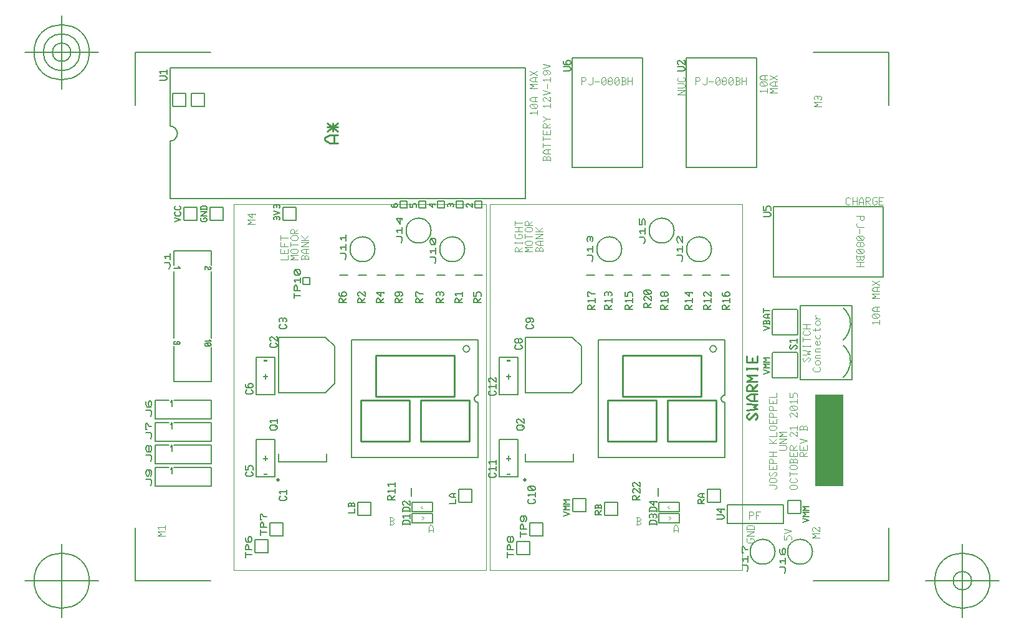
<source format=gbr>
G04 Generated by Ultiboard 13.0 *
%FSLAX25Y25*%
%MOIN*%

%ADD10C,0.00001*%
%ADD11C,0.01111*%
%ADD12C,0.00612*%
%ADD13C,0.00800*%
%ADD14C,0.00005*%
%ADD15C,0.01000*%
%ADD16C,0.00787*%
%ADD17C,0.00167*%
%ADD18C,0.00367*%
%ADD19C,0.00004*%
%ADD20C,0.00020*%
%ADD21C,0.00889*%
%ADD22C,0.00500*%
%ADD23C,0.00556*%
%ADD24C,0.01969*%


G04 ColorRGB FFFF00 for the following layer *
%LNSilkscreen Top*%
%LPD*%
G54D10*
G54D11*
X106857Y232911D02*
X102571Y232911D01*
X99714Y234333D01*
X99714Y235756D01*
X102571Y237178D01*
X106857Y237178D01*
X104714Y232911D02*
X104714Y237178D01*
X101143Y239311D02*
X106857Y243578D01*
X101143Y243578D02*
X106857Y239311D01*
X104000Y239311D02*
X104000Y243578D01*
X101143Y241444D02*
X106857Y241444D01*
G54D12*
X11394Y266337D02*
X14543Y266337D01*
X15331Y267121D01*
X15331Y267905D01*
X14543Y268689D01*
X11394Y268689D01*
X12181Y270256D02*
X11394Y271040D01*
X15331Y271040D01*
X15331Y269864D02*
X15331Y272216D01*
X152331Y147337D02*
X148394Y147337D01*
X148394Y148905D01*
X149181Y149689D01*
X149575Y149689D01*
X150362Y148905D01*
X150362Y147337D01*
X150362Y147729D02*
X152331Y149689D01*
X152331Y152040D02*
X150362Y152040D01*
X149181Y153216D01*
X148394Y153216D01*
X148394Y150864D01*
X149181Y150864D01*
X141331Y147337D02*
X137394Y147337D01*
X137394Y148905D01*
X138181Y149689D01*
X138575Y149689D01*
X139362Y148905D01*
X139362Y147337D01*
X139362Y147729D02*
X141331Y149689D01*
X140543Y150864D02*
X141331Y151648D01*
X141331Y152432D01*
X140543Y153216D01*
X138969Y153216D01*
X138181Y153216D01*
X137394Y152432D01*
X137394Y151648D01*
X138181Y150864D01*
X138969Y150864D01*
X139756Y151648D01*
X139756Y152432D01*
X138969Y153216D01*
X163331Y147337D02*
X159394Y147337D01*
X159394Y148905D01*
X160181Y149689D01*
X160575Y149689D01*
X161362Y148905D01*
X161362Y147337D01*
X161362Y147729D02*
X163331Y149689D01*
X159787Y151256D02*
X159394Y151648D01*
X159394Y152432D01*
X160181Y153216D01*
X160969Y153216D01*
X161362Y152824D01*
X161756Y153216D01*
X162543Y153216D01*
X163331Y152432D01*
X163331Y151648D01*
X162937Y151256D01*
X161362Y151648D02*
X161362Y152824D01*
X173331Y147337D02*
X169394Y147337D01*
X169394Y148905D01*
X170181Y149689D01*
X170575Y149689D01*
X171362Y148905D01*
X171362Y147337D01*
X171362Y147729D02*
X173331Y149689D01*
X170181Y151256D02*
X169394Y152040D01*
X173331Y152040D01*
X173331Y150864D02*
X173331Y153216D01*
X244331Y143809D02*
X240394Y143809D01*
X240394Y145377D01*
X241181Y146161D01*
X241575Y146161D01*
X242362Y145377D01*
X242362Y143809D01*
X242362Y144201D02*
X244331Y146161D01*
X241181Y147729D02*
X240394Y148513D01*
X244331Y148513D01*
X244331Y147337D02*
X244331Y149689D01*
X244331Y152040D02*
X242362Y152040D01*
X241181Y153216D01*
X240394Y153216D01*
X240394Y150864D01*
X241181Y150864D01*
X253331Y143809D02*
X249394Y143809D01*
X249394Y145377D01*
X250181Y146161D01*
X250575Y146161D01*
X251362Y145377D01*
X251362Y143809D01*
X251362Y144201D02*
X253331Y146161D01*
X250181Y147729D02*
X249394Y148513D01*
X253331Y148513D01*
X253331Y147337D02*
X253331Y149689D01*
X249787Y151256D02*
X249394Y151648D01*
X249394Y152432D01*
X250181Y153216D01*
X250969Y153216D01*
X251362Y152824D01*
X251756Y153216D01*
X252543Y153216D01*
X253331Y152432D01*
X253331Y151648D01*
X252937Y151256D01*
X251362Y151648D02*
X251362Y152824D01*
X264331Y143809D02*
X260394Y143809D01*
X260394Y145377D01*
X261181Y146161D01*
X261575Y146161D01*
X262362Y145377D01*
X262362Y143809D01*
X262362Y144201D02*
X264331Y146161D01*
X261181Y147729D02*
X260394Y148513D01*
X264331Y148513D01*
X264331Y147337D02*
X264331Y149689D01*
X260394Y153216D02*
X260394Y150864D01*
X261969Y150864D01*
X261969Y152432D01*
X262756Y153216D01*
X263543Y153216D01*
X264331Y152432D01*
X264331Y150864D01*
X145331Y28337D02*
X145331Y29905D01*
X144543Y30689D01*
X142181Y30689D01*
X141394Y29905D01*
X141394Y28337D01*
X141394Y28729D02*
X145331Y28729D01*
X142181Y32256D02*
X141394Y33040D01*
X145331Y33040D01*
X145331Y31864D02*
X145331Y34216D01*
X145331Y35337D02*
X145331Y36905D01*
X144543Y37689D01*
X142181Y37689D01*
X141394Y36905D01*
X141394Y35337D01*
X141394Y35729D02*
X145331Y35729D01*
X142181Y38864D02*
X141394Y39648D01*
X141394Y40432D01*
X142181Y41216D01*
X142575Y41216D01*
X145331Y38864D01*
X145331Y41216D01*
X144937Y41216D01*
X137331Y41809D02*
X133394Y41809D01*
X133394Y43377D01*
X134181Y44161D01*
X134575Y44161D01*
X135362Y43377D01*
X135362Y41809D01*
X135362Y42201D02*
X137331Y44161D01*
X134181Y45729D02*
X133394Y46513D01*
X137331Y46513D01*
X137331Y45337D02*
X137331Y47689D01*
X134181Y49256D02*
X133394Y50040D01*
X137331Y50040D01*
X137331Y48864D02*
X137331Y51216D01*
X277331Y28337D02*
X277331Y29905D01*
X276543Y30689D01*
X274181Y30689D01*
X273394Y29905D01*
X273394Y28337D01*
X273394Y28729D02*
X277331Y28729D01*
X273787Y32256D02*
X273394Y32648D01*
X273394Y33432D01*
X274181Y34216D01*
X274969Y34216D01*
X275362Y33824D01*
X275756Y34216D01*
X276543Y34216D01*
X277331Y33432D01*
X277331Y32648D01*
X276937Y32256D01*
X275362Y32648D02*
X275362Y33824D01*
X277331Y35337D02*
X277331Y36905D01*
X276543Y37689D01*
X274181Y37689D01*
X273394Y36905D01*
X273394Y35337D01*
X273394Y35729D02*
X277331Y35729D01*
X275756Y41216D02*
X275756Y38864D01*
X273394Y40824D01*
X277331Y40824D01*
X277331Y40432D02*
X277331Y41216D01*
X268331Y41809D02*
X264394Y41809D01*
X264394Y43377D01*
X265181Y44161D01*
X265575Y44161D01*
X266362Y43377D01*
X266362Y41809D01*
X266362Y42201D02*
X268331Y44161D01*
X265181Y45337D02*
X264394Y46121D01*
X264394Y46905D01*
X265181Y47689D01*
X265575Y47689D01*
X268331Y45337D01*
X268331Y47689D01*
X267937Y47689D01*
X265181Y48864D02*
X264394Y49648D01*
X264394Y50432D01*
X265181Y51216D01*
X265575Y51216D01*
X268331Y48864D01*
X268331Y51216D01*
X267937Y51216D01*
X211543Y42161D02*
X212331Y41377D01*
X212331Y40593D01*
X211543Y39809D01*
X209181Y39809D01*
X208394Y40593D01*
X208394Y41377D01*
X209181Y42161D01*
X209181Y43729D02*
X208394Y44513D01*
X212331Y44513D01*
X212331Y43337D02*
X212331Y45689D01*
X209181Y46864D02*
X208394Y47648D01*
X208394Y48432D01*
X209181Y49216D01*
X211543Y49216D01*
X212331Y48432D01*
X212331Y47648D01*
X211543Y46864D01*
X209181Y46864D01*
X209181Y49216D02*
X211543Y46864D01*
X78543Y43689D02*
X79331Y42905D01*
X79331Y42121D01*
X78543Y41337D01*
X76181Y41337D01*
X75394Y42121D01*
X75394Y42905D01*
X76181Y43689D01*
X76181Y45256D02*
X75394Y46040D01*
X79331Y46040D01*
X79331Y44864D02*
X79331Y47216D01*
X73543Y125689D02*
X74331Y124905D01*
X74331Y124121D01*
X73543Y123337D01*
X71181Y123337D01*
X70394Y124121D01*
X70394Y124905D01*
X71181Y125689D01*
X71181Y126864D02*
X70394Y127648D01*
X70394Y128432D01*
X71181Y129216D01*
X71575Y129216D01*
X74331Y126864D01*
X74331Y129216D01*
X73937Y129216D01*
X204543Y124689D02*
X205331Y123905D01*
X205331Y123121D01*
X204543Y122337D01*
X202181Y122337D01*
X201394Y123121D01*
X201394Y123905D01*
X202181Y124689D01*
X205331Y127432D02*
X205331Y126648D01*
X204543Y125864D01*
X203756Y125864D01*
X203362Y126256D01*
X202969Y125864D01*
X202181Y125864D01*
X201394Y126648D01*
X201394Y127432D01*
X202181Y128216D01*
X202969Y128216D01*
X203362Y127824D01*
X203756Y128216D01*
X204543Y128216D01*
X205331Y127432D01*
X203362Y126256D02*
X203362Y127824D01*
X78543Y135689D02*
X79331Y134905D01*
X79331Y134121D01*
X78543Y133337D01*
X76181Y133337D01*
X75394Y134121D01*
X75394Y134905D01*
X76181Y135689D01*
X75787Y137256D02*
X75394Y137648D01*
X75394Y138432D01*
X76181Y139216D01*
X76969Y139216D01*
X77362Y138824D01*
X77756Y139216D01*
X78543Y139216D01*
X79331Y138432D01*
X79331Y137648D01*
X78937Y137256D01*
X77362Y137648D02*
X77362Y138824D01*
X210543Y135689D02*
X211331Y134905D01*
X211331Y134121D01*
X210543Y133337D01*
X208181Y133337D01*
X207394Y134121D01*
X207394Y134905D01*
X208181Y135689D01*
X210543Y136864D02*
X211331Y137648D01*
X211331Y138432D01*
X210543Y139216D01*
X208969Y139216D01*
X208181Y139216D01*
X207394Y138432D01*
X207394Y137648D01*
X208181Y136864D01*
X208969Y136864D01*
X209756Y137648D01*
X209756Y138432D01*
X208969Y139216D01*
X111331Y147337D02*
X107394Y147337D01*
X107394Y148905D01*
X108181Y149689D01*
X108575Y149689D01*
X109362Y148905D01*
X109362Y147337D01*
X109362Y147729D02*
X111331Y149689D01*
X107394Y152824D02*
X107394Y151648D01*
X108181Y150864D01*
X109756Y150864D01*
X110543Y150864D01*
X111331Y151648D01*
X111331Y152432D01*
X110543Y153216D01*
X109756Y153216D01*
X108969Y152432D01*
X108969Y151648D01*
X109756Y150864D01*
X121331Y147337D02*
X117394Y147337D01*
X117394Y148905D01*
X118181Y149689D01*
X118575Y149689D01*
X119362Y148905D01*
X119362Y147337D01*
X119362Y147729D02*
X121331Y149689D01*
X118181Y150864D02*
X117394Y151648D01*
X117394Y152432D01*
X118181Y153216D01*
X118575Y153216D01*
X121331Y150864D01*
X121331Y153216D01*
X120937Y153216D01*
X131331Y147337D02*
X127394Y147337D01*
X127394Y148905D01*
X128181Y149689D01*
X128575Y149689D01*
X129362Y148905D01*
X129362Y147337D01*
X129362Y147729D02*
X131331Y149689D01*
X129756Y153216D02*
X129756Y150864D01*
X127394Y152824D01*
X131331Y152824D01*
X131331Y152432D02*
X131331Y153216D01*
X274331Y144809D02*
X270394Y144809D01*
X270394Y146377D01*
X271181Y147161D01*
X271575Y147161D01*
X272362Y146377D01*
X272362Y144809D01*
X272362Y145201D02*
X274331Y147161D01*
X271181Y148337D02*
X270394Y149121D01*
X270394Y149905D01*
X271181Y150689D01*
X271575Y150689D01*
X274331Y148337D01*
X274331Y150689D01*
X273937Y150689D01*
X271181Y151864D02*
X270394Y152648D01*
X270394Y153432D01*
X271181Y154216D01*
X273543Y154216D01*
X274331Y153432D01*
X274331Y152648D01*
X273543Y151864D01*
X271181Y151864D01*
X271181Y154216D02*
X273543Y151864D01*
X283331Y143809D02*
X279394Y143809D01*
X279394Y145377D01*
X280181Y146161D01*
X280575Y146161D01*
X281362Y145377D01*
X281362Y143809D01*
X281362Y144201D02*
X283331Y146161D01*
X280181Y147729D02*
X279394Y148513D01*
X283331Y148513D01*
X283331Y147337D02*
X283331Y149689D01*
X283331Y152432D02*
X283331Y151648D01*
X282543Y150864D01*
X281756Y150864D01*
X281362Y151256D01*
X280969Y150864D01*
X280181Y150864D01*
X279394Y151648D01*
X279394Y152432D01*
X280181Y153216D01*
X280969Y153216D01*
X281362Y152824D01*
X281756Y153216D01*
X282543Y153216D01*
X283331Y152432D01*
X281362Y151256D02*
X281362Y152824D01*
X296331Y143809D02*
X292394Y143809D01*
X292394Y145377D01*
X293181Y146161D01*
X293575Y146161D01*
X294362Y145377D01*
X294362Y143809D01*
X294362Y144201D02*
X296331Y146161D01*
X293181Y147729D02*
X292394Y148513D01*
X296331Y148513D01*
X296331Y147337D02*
X296331Y149689D01*
X294756Y153216D02*
X294756Y150864D01*
X292394Y152824D01*
X296331Y152824D01*
X296331Y152432D02*
X296331Y153216D01*
X306331Y143809D02*
X302394Y143809D01*
X302394Y145377D01*
X303181Y146161D01*
X303575Y146161D01*
X304362Y145377D01*
X304362Y143809D01*
X304362Y144201D02*
X306331Y146161D01*
X303181Y147729D02*
X302394Y148513D01*
X306331Y148513D01*
X306331Y147337D02*
X306331Y149689D01*
X303181Y150864D02*
X302394Y151648D01*
X302394Y152432D01*
X303181Y153216D01*
X303575Y153216D01*
X306331Y150864D01*
X306331Y153216D01*
X305937Y153216D01*
X316331Y143809D02*
X312394Y143809D01*
X312394Y145377D01*
X313181Y146161D01*
X313575Y146161D01*
X314362Y145377D01*
X314362Y143809D01*
X314362Y144201D02*
X316331Y146161D01*
X313181Y147729D02*
X312394Y148513D01*
X316331Y148513D01*
X316331Y147337D02*
X316331Y149689D01*
X312394Y152824D02*
X312394Y151648D01*
X313181Y150864D01*
X314756Y150864D01*
X315543Y150864D01*
X316331Y151648D01*
X316331Y152432D01*
X315543Y153216D01*
X314756Y153216D01*
X313969Y152432D01*
X313969Y151648D01*
X314756Y150864D01*
X183331Y147337D02*
X179394Y147337D01*
X179394Y148905D01*
X180181Y149689D01*
X180575Y149689D01*
X181362Y148905D01*
X181362Y147337D01*
X181362Y147729D02*
X183331Y149689D01*
X179394Y153216D02*
X179394Y150864D01*
X180969Y150864D01*
X180969Y152432D01*
X181756Y153216D01*
X182543Y153216D01*
X183331Y152432D01*
X183331Y150864D01*
X309394Y31337D02*
X312543Y31337D01*
X313331Y32121D01*
X313331Y32905D01*
X312543Y33689D01*
X309394Y33689D01*
X311756Y37216D02*
X311756Y34864D01*
X309394Y36824D01*
X313331Y36824D01*
X313331Y36432D02*
X313331Y37216D01*
X60543Y56689D02*
X61331Y55905D01*
X61331Y55121D01*
X60543Y54337D01*
X58181Y54337D01*
X57394Y55121D01*
X57394Y55905D01*
X58181Y56689D01*
X57394Y60216D02*
X57394Y57864D01*
X58969Y57864D01*
X58969Y59432D01*
X59756Y60216D01*
X60543Y60216D01*
X61331Y59432D01*
X61331Y57864D01*
X60543Y100689D02*
X61331Y99905D01*
X61331Y99121D01*
X60543Y98337D01*
X58181Y98337D01*
X57394Y99121D01*
X57394Y99905D01*
X58181Y100689D01*
X57394Y103824D02*
X57394Y102648D01*
X58181Y101864D01*
X59756Y101864D01*
X60543Y101864D01*
X61331Y102648D01*
X61331Y103432D01*
X60543Y104216D01*
X59756Y104216D01*
X58969Y103432D01*
X58969Y102648D01*
X59756Y101864D01*
X190543Y56161D02*
X191331Y55377D01*
X191331Y54593D01*
X190543Y53809D01*
X188181Y53809D01*
X187394Y54593D01*
X187394Y55377D01*
X188181Y56161D01*
X188181Y57729D02*
X187394Y58513D01*
X191331Y58513D01*
X191331Y57337D02*
X191331Y59689D01*
X188181Y61256D02*
X187394Y62040D01*
X191331Y62040D01*
X191331Y60864D02*
X191331Y63216D01*
X190543Y100161D02*
X191331Y99377D01*
X191331Y98593D01*
X190543Y97809D01*
X188181Y97809D01*
X187394Y98593D01*
X187394Y99377D01*
X188181Y100161D01*
X188181Y101729D02*
X187394Y102513D01*
X191331Y102513D01*
X191331Y101337D02*
X191331Y103689D01*
X188181Y104864D02*
X187394Y105648D01*
X187394Y106432D01*
X188181Y107216D01*
X188575Y107216D01*
X191331Y104864D01*
X191331Y107216D01*
X190937Y107216D01*
X351543Y122337D02*
X352331Y123121D01*
X352331Y123905D01*
X351543Y124689D01*
X349181Y122337D01*
X348394Y123121D01*
X348394Y123905D01*
X349181Y124689D01*
X349181Y126256D02*
X348394Y127040D01*
X352331Y127040D01*
X352331Y125864D02*
X352331Y128216D01*
X227394Y271337D02*
X230543Y271337D01*
X231331Y272121D01*
X231331Y272905D01*
X230543Y273689D01*
X227394Y273689D01*
X227394Y276824D02*
X227394Y275648D01*
X228181Y274864D01*
X229756Y274864D01*
X230543Y274864D01*
X231331Y275648D01*
X231331Y276432D01*
X230543Y277216D01*
X229756Y277216D01*
X228969Y276432D01*
X228969Y275648D01*
X229756Y274864D01*
X334394Y193337D02*
X337543Y193337D01*
X338331Y194121D01*
X338331Y194905D01*
X337543Y195689D01*
X334394Y195689D01*
X334394Y199216D02*
X334394Y196864D01*
X335969Y196864D01*
X335969Y198432D01*
X336756Y199216D01*
X337543Y199216D01*
X338331Y198432D01*
X338331Y196864D01*
X288394Y271337D02*
X291543Y271337D01*
X292331Y272121D01*
X292331Y272905D01*
X291543Y273689D01*
X288394Y273689D01*
X289181Y274864D02*
X288394Y275648D01*
X288394Y276432D01*
X289181Y277216D01*
X289575Y277216D01*
X292331Y274864D01*
X292331Y277216D01*
X291937Y277216D01*
G54D13*
X17000Y203000D02*
X207000Y203000D01*
X207000Y273000D01*
X17000Y273000D01*
X17000Y234000D02*
X17349Y234015D01*
X17695Y234061D01*
X18035Y234136D01*
X18368Y234241D01*
X18690Y234375D01*
X19000Y234536D01*
X19294Y234723D01*
X19571Y234936D01*
X19828Y235172D01*
X20064Y235429D01*
X20277Y235706D01*
X20464Y236000D01*
X20625Y236310D01*
X20759Y236632D01*
X20864Y236965D01*
X20939Y237305D01*
X20985Y237651D01*
X21000Y238000D01*
X20985Y238349D01*
X20939Y238695D01*
X20864Y239035D01*
X20759Y239368D01*
X20625Y239690D01*
X20464Y240000D01*
X20277Y240294D01*
X20064Y240571D01*
X19828Y240828D01*
X19571Y241064D01*
X19294Y241277D01*
X19000Y241464D01*
X18690Y241625D01*
X18368Y241759D01*
X18035Y241864D01*
X17695Y241939D01*
X17349Y241985D01*
X17000Y242000D01*
X17000Y273000D02*
X17000Y242000D01*
X17000Y234000D02*
X17000Y203000D01*
X313858Y127496D02*
X246142Y127496D01*
X246142Y64504D01*
X313858Y64504D01*
X305787Y122669D02*
G75*
D01*
G02X305787Y122669I1772J0*
G01*
X313858Y97969D02*
X313687Y97961D01*
X313516Y97939D01*
X313349Y97901D01*
X313185Y97850D01*
X313026Y97784D01*
X312874Y97705D01*
X312729Y97613D01*
X312593Y97508D01*
X312466Y97392D01*
X312350Y97265D01*
X312246Y97129D01*
X312153Y96984D01*
X312074Y96832D01*
X312008Y96673D01*
X311957Y96509D01*
X311920Y96342D01*
X311897Y96172D01*
X311890Y96000D01*
X311897Y95828D01*
X311920Y95658D01*
X311957Y95491D01*
X312008Y95327D01*
X312074Y95168D01*
X312153Y95016D01*
X312246Y94871D01*
X312350Y94735D01*
X312466Y94608D01*
X312593Y94492D01*
X312729Y94387D01*
X312874Y94295D01*
X313026Y94216D01*
X313185Y94150D01*
X313349Y94099D01*
X313516Y94061D01*
X313687Y94039D01*
X313858Y94031D01*
X313858Y64504D02*
X313858Y94031D01*
X313858Y97969D02*
X313858Y127496D01*
X158679Y168556D02*
X159274Y169667D01*
X159274Y170778D01*
X158679Y171889D01*
X156298Y171889D01*
X156893Y174111D02*
X156298Y175222D01*
X159274Y175222D01*
X159274Y173556D02*
X159274Y176889D01*
X156893Y178556D02*
X156298Y179667D01*
X156298Y180778D01*
X156893Y181889D01*
X158679Y181889D01*
X159274Y180778D01*
X159274Y179667D01*
X158679Y178556D01*
X156893Y178556D01*
X156893Y181889D02*
X158679Y178556D01*
X168000Y169333D02*
X168581Y169359D01*
X169158Y169435D01*
X169725Y169560D01*
X170280Y169735D01*
X170817Y169958D01*
X171333Y170226D01*
X171824Y170539D01*
X172285Y170893D01*
X172714Y171286D01*
X173107Y171715D01*
X173461Y172176D01*
X173774Y172667D01*
X174042Y173183D01*
X174265Y173720D01*
X174440Y174275D01*
X174565Y174842D01*
X174641Y175419D01*
X174667Y176000D01*
X174641Y176581D01*
X174565Y177158D01*
X174440Y177725D01*
X174265Y178280D01*
X174042Y178817D01*
X173774Y179333D01*
X173461Y179824D01*
X173107Y180285D01*
X172714Y180714D01*
X172285Y181107D01*
X171824Y181461D01*
X171333Y181774D01*
X170817Y182042D01*
X170280Y182265D01*
X169725Y182440D01*
X169158Y182565D01*
X168581Y182641D01*
X168000Y182667D01*
X167419Y182641D01*
X166842Y182565D01*
X166275Y182440D01*
X165720Y182265D01*
X165183Y182042D01*
X164667Y181774D01*
X164176Y181461D01*
X163715Y181107D01*
X163286Y180714D01*
X162893Y180285D01*
X162539Y179824D01*
X162226Y179333D01*
X161958Y178817D01*
X161735Y178280D01*
X161560Y177725D01*
X161435Y177158D01*
X161359Y176581D01*
X161333Y176000D01*
X161359Y175419D01*
X161435Y174842D01*
X161560Y174275D01*
X161735Y173720D01*
X161958Y173183D01*
X162226Y172667D01*
X162539Y172176D01*
X162893Y171715D01*
X163286Y171286D01*
X163715Y170893D01*
X164176Y170539D01*
X164667Y170226D01*
X165183Y169958D01*
X165720Y169735D01*
X166275Y169560D01*
X166842Y169435D01*
X167419Y169359D01*
X168000Y169333D01*
X168000Y169333D01*
X242679Y169556D02*
X243274Y170667D01*
X243274Y171778D01*
X242679Y172889D01*
X240298Y172889D01*
X240893Y175111D02*
X240298Y176222D01*
X243274Y176222D01*
X243274Y174556D02*
X243274Y177889D01*
X240595Y180111D02*
X240298Y180667D01*
X240298Y181778D01*
X240893Y182889D01*
X241488Y182889D01*
X241786Y182333D01*
X242083Y182889D01*
X242679Y182889D01*
X243274Y181778D01*
X243274Y180667D01*
X242976Y180111D01*
X241786Y180667D02*
X241786Y182333D01*
X252000Y169333D02*
X252581Y169359D01*
X253158Y169435D01*
X253725Y169560D01*
X254280Y169735D01*
X254817Y169958D01*
X255333Y170226D01*
X255824Y170539D01*
X256285Y170893D01*
X256714Y171286D01*
X257107Y171715D01*
X257461Y172176D01*
X257774Y172667D01*
X258042Y173183D01*
X258265Y173720D01*
X258440Y174275D01*
X258565Y174842D01*
X258641Y175419D01*
X258667Y176000D01*
X258641Y176581D01*
X258565Y177158D01*
X258440Y177725D01*
X258265Y178280D01*
X258042Y178817D01*
X257774Y179333D01*
X257461Y179824D01*
X257107Y180285D01*
X256714Y180714D01*
X256285Y181107D01*
X255824Y181461D01*
X255333Y181774D01*
X254817Y182042D01*
X254280Y182265D01*
X253725Y182440D01*
X253158Y182565D01*
X252581Y182641D01*
X252000Y182667D01*
X251419Y182641D01*
X250842Y182565D01*
X250275Y182440D01*
X249720Y182265D01*
X249183Y182042D01*
X248667Y181774D01*
X248176Y181461D01*
X247715Y181107D01*
X247286Y180714D01*
X246893Y180285D01*
X246539Y179824D01*
X246226Y179333D01*
X245958Y178817D01*
X245735Y178280D01*
X245560Y177725D01*
X245435Y177158D01*
X245359Y176581D01*
X245333Y176000D01*
X245359Y175419D01*
X245435Y174842D01*
X245560Y174275D01*
X245735Y173720D01*
X245958Y173183D01*
X246226Y172667D01*
X246539Y172176D01*
X246893Y171715D01*
X247286Y171286D01*
X247715Y170893D01*
X248176Y170539D01*
X248667Y170226D01*
X249183Y169958D01*
X249720Y169735D01*
X250275Y169560D01*
X250842Y169435D01*
X251419Y169359D01*
X252000Y169333D01*
X252000Y169333D01*
X6679Y62556D02*
X7274Y63667D01*
X7274Y64778D01*
X6679Y65889D01*
X4298Y65889D01*
X7274Y69778D02*
X7274Y68667D01*
X6679Y67556D01*
X6083Y67556D01*
X5786Y68111D01*
X5488Y67556D01*
X4893Y67556D01*
X4298Y68667D01*
X4298Y69778D01*
X4893Y70889D01*
X5488Y70889D01*
X5786Y70333D01*
X6083Y70889D01*
X6679Y70889D01*
X7274Y69778D01*
X5786Y68111D02*
X5786Y70333D01*
X9000Y71000D02*
X9000Y61000D01*
X39000Y71000D02*
X39000Y61000D01*
X39000Y71000D02*
X19000Y71000D01*
X16500Y71000D02*
X9000Y71000D01*
X18167Y71000D02*
X18167Y67667D01*
X17333Y70167D02*
X18167Y71000D01*
X39000Y61000D02*
X9000Y61000D01*
X6679Y74556D02*
X7274Y75667D01*
X7274Y76778D01*
X6679Y77889D01*
X4298Y77889D01*
X7274Y81222D02*
X5786Y81222D01*
X4893Y82889D01*
X4298Y82889D01*
X4298Y79556D01*
X4893Y79556D01*
X9000Y83000D02*
X9000Y73000D01*
X39000Y83000D02*
X39000Y73000D01*
X39000Y83000D02*
X19000Y83000D01*
X16500Y83000D02*
X9000Y83000D01*
X18167Y83000D02*
X18167Y79667D01*
X17333Y82167D02*
X18167Y83000D01*
X39000Y73000D02*
X9000Y73000D01*
X6679Y86556D02*
X7274Y87667D01*
X7274Y88778D01*
X6679Y89889D01*
X4298Y89889D01*
X4298Y94333D02*
X4298Y92667D01*
X4893Y91556D01*
X6083Y91556D01*
X6679Y91556D01*
X7274Y92667D01*
X7274Y93778D01*
X6679Y94889D01*
X6083Y94889D01*
X5488Y93778D01*
X5488Y92667D01*
X6083Y91556D01*
X9000Y95000D02*
X9000Y85000D01*
X39000Y95000D02*
X39000Y85000D01*
X39000Y95000D02*
X19000Y95000D01*
X16500Y95000D02*
X9000Y95000D01*
X18167Y95000D02*
X18167Y91667D01*
X17333Y94167D02*
X18167Y95000D01*
X39000Y85000D02*
X9000Y85000D01*
X6673Y49550D02*
X7268Y50661D01*
X7268Y51772D01*
X6673Y52883D01*
X4292Y52883D01*
X6673Y54550D02*
X7268Y55661D01*
X7268Y56772D01*
X6673Y57883D01*
X5483Y57883D01*
X4887Y57883D01*
X4292Y56772D01*
X4292Y55661D01*
X4887Y54550D01*
X5483Y54550D01*
X6078Y55661D01*
X6078Y56772D01*
X5483Y57883D01*
X9000Y59000D02*
X9000Y49000D01*
X39000Y59000D02*
X39000Y49000D01*
X39000Y59000D02*
X19000Y59000D01*
X16500Y59000D02*
X9000Y59000D01*
X18167Y59000D02*
X18167Y55667D01*
X17333Y58167D02*
X18167Y59000D01*
X39000Y49000D02*
X9000Y49000D01*
X157500Y34500D02*
X146500Y34500D01*
X146500Y29500D01*
X157500Y29500D01*
X157500Y34500D01*
X146500Y35500D02*
X157500Y35500D01*
X157500Y40500D01*
X146500Y40500D01*
X146500Y35500D01*
X289500Y34500D02*
X278500Y34500D01*
X278500Y29500D01*
X289500Y29500D01*
X289500Y34500D01*
X278500Y35500D02*
X289500Y35500D01*
X289500Y40500D01*
X278500Y40500D01*
X278500Y35500D01*
X73543Y79307D02*
X74331Y80094D01*
X74331Y80882D01*
X73543Y81669D01*
X71181Y81669D01*
X70394Y80882D01*
X70394Y80094D01*
X71181Y79307D01*
X73543Y79307D01*
X73543Y80882D02*
X74331Y81669D01*
X71181Y83244D02*
X70394Y84031D01*
X74331Y84031D01*
X74331Y82850D02*
X74331Y85213D01*
X75236Y128764D02*
X75236Y99236D01*
X100000Y128764D02*
X75236Y128764D01*
X75236Y99236D02*
X100000Y99236D01*
X105000Y104000D02*
X105000Y124000D01*
X100000Y128764D01*
X105000Y104000D02*
X100000Y99236D01*
X205543Y79307D02*
X206331Y80094D01*
X206331Y80882D01*
X205543Y81669D01*
X203181Y81669D01*
X202394Y80882D01*
X202394Y80094D01*
X203181Y79307D01*
X205543Y79307D01*
X205543Y80882D02*
X206331Y81669D01*
X203181Y82850D02*
X202394Y83638D01*
X202394Y84425D01*
X203181Y85213D01*
X203575Y85213D01*
X206331Y82850D01*
X206331Y85213D01*
X205937Y85213D01*
X207236Y128764D02*
X207236Y99236D01*
X232000Y128764D02*
X207236Y128764D01*
X207236Y99236D02*
X232000Y99236D01*
X237000Y104000D02*
X237000Y124000D01*
X232000Y128764D01*
X237000Y104000D02*
X232000Y99236D01*
X110679Y170556D02*
X111274Y171667D01*
X111274Y172778D01*
X110679Y173889D01*
X108298Y173889D01*
X108893Y176111D02*
X108298Y177222D01*
X111274Y177222D01*
X111274Y175556D02*
X111274Y178889D01*
X108893Y181111D02*
X108298Y182222D01*
X111274Y182222D01*
X111274Y180556D02*
X111274Y183889D01*
X120000Y169333D02*
X120581Y169359D01*
X121158Y169435D01*
X121725Y169560D01*
X122280Y169735D01*
X122817Y169958D01*
X123333Y170226D01*
X123824Y170539D01*
X124285Y170893D01*
X124714Y171286D01*
X125107Y171715D01*
X125461Y172176D01*
X125774Y172667D01*
X126042Y173183D01*
X126265Y173720D01*
X126440Y174275D01*
X126565Y174842D01*
X126641Y175419D01*
X126667Y176000D01*
X126641Y176581D01*
X126565Y177158D01*
X126440Y177725D01*
X126265Y178280D01*
X126042Y178817D01*
X125774Y179333D01*
X125461Y179824D01*
X125107Y180285D01*
X124714Y180714D01*
X124285Y181107D01*
X123824Y181461D01*
X123333Y181774D01*
X122817Y182042D01*
X122280Y182265D01*
X121725Y182440D01*
X121158Y182565D01*
X120581Y182641D01*
X120000Y182667D01*
X119419Y182641D01*
X118842Y182565D01*
X118275Y182440D01*
X117720Y182265D01*
X117183Y182042D01*
X116667Y181774D01*
X116176Y181461D01*
X115715Y181107D01*
X115286Y180714D01*
X114893Y180285D01*
X114539Y179824D01*
X114226Y179333D01*
X113958Y178817D01*
X113735Y178280D01*
X113560Y177725D01*
X113435Y177158D01*
X113359Y176581D01*
X113333Y176000D01*
X113359Y175419D01*
X113435Y174842D01*
X113560Y174275D01*
X113735Y173720D01*
X113958Y173183D01*
X114226Y172667D01*
X114539Y172176D01*
X114893Y171715D01*
X115286Y171286D01*
X115715Y170893D01*
X116176Y170539D01*
X116667Y170226D01*
X117183Y169958D01*
X117720Y169735D01*
X118275Y169560D01*
X118842Y169435D01*
X119419Y169359D01*
X120000Y169333D01*
X120000Y169333D01*
X290679Y169556D02*
X291274Y170667D01*
X291274Y171778D01*
X290679Y172889D01*
X288298Y172889D01*
X288893Y175111D02*
X288298Y176222D01*
X291274Y176222D01*
X291274Y174556D02*
X291274Y177889D01*
X288893Y179556D02*
X288298Y180667D01*
X288298Y181778D01*
X288893Y182889D01*
X289190Y182889D01*
X291274Y179556D01*
X291274Y182889D01*
X290976Y182889D01*
X300000Y169333D02*
X300581Y169359D01*
X301158Y169435D01*
X301725Y169560D01*
X302280Y169735D01*
X302817Y169958D01*
X303333Y170226D01*
X303824Y170539D01*
X304285Y170893D01*
X304714Y171286D01*
X305107Y171715D01*
X305461Y172176D01*
X305774Y172667D01*
X306042Y173183D01*
X306265Y173720D01*
X306440Y174275D01*
X306565Y174842D01*
X306641Y175419D01*
X306667Y176000D01*
X306641Y176581D01*
X306565Y177158D01*
X306440Y177725D01*
X306265Y178280D01*
X306042Y178817D01*
X305774Y179333D01*
X305461Y179824D01*
X305107Y180285D01*
X304714Y180714D01*
X304285Y181107D01*
X303824Y181461D01*
X303333Y181774D01*
X302817Y182042D01*
X302280Y182265D01*
X301725Y182440D01*
X301158Y182565D01*
X300581Y182641D01*
X300000Y182667D01*
X299419Y182641D01*
X298842Y182565D01*
X298275Y182440D01*
X297720Y182265D01*
X297183Y182042D01*
X296667Y181774D01*
X296176Y181461D01*
X295715Y181107D01*
X295286Y180714D01*
X294893Y180285D01*
X294539Y179824D01*
X294226Y179333D01*
X293958Y178817D01*
X293735Y178280D01*
X293560Y177725D01*
X293435Y177158D01*
X293359Y176581D01*
X293333Y176000D01*
X293359Y175419D01*
X293435Y174842D01*
X293560Y174275D01*
X293735Y173720D01*
X293958Y173183D01*
X294226Y172667D01*
X294539Y172176D01*
X294893Y171715D01*
X295286Y171286D01*
X295715Y170893D01*
X296176Y170539D01*
X296667Y170226D01*
X297183Y169958D01*
X297720Y169735D01*
X298275Y169560D01*
X298842Y169435D01*
X299419Y169359D01*
X300000Y169333D01*
X181858Y127496D02*
X114142Y127496D01*
X114142Y64504D01*
X181858Y64504D01*
X173787Y122669D02*
G75*
D01*
G02X173787Y122669I1772J0*
G01*
X181858Y97969D02*
X181687Y97961D01*
X181516Y97939D01*
X181349Y97901D01*
X181185Y97850D01*
X181026Y97784D01*
X180874Y97705D01*
X180729Y97613D01*
X180593Y97508D01*
X180466Y97392D01*
X180350Y97265D01*
X180246Y97129D01*
X180153Y96984D01*
X180074Y96832D01*
X180008Y96673D01*
X179957Y96509D01*
X179920Y96342D01*
X179897Y96172D01*
X179890Y96000D01*
X179897Y95828D01*
X179920Y95658D01*
X179957Y95491D01*
X180008Y95327D01*
X180074Y95168D01*
X180153Y95016D01*
X180246Y94871D01*
X180350Y94735D01*
X180466Y94608D01*
X180593Y94492D01*
X180729Y94387D01*
X180874Y94295D01*
X181026Y94216D01*
X181185Y94150D01*
X181349Y94099D01*
X181516Y94061D01*
X181687Y94039D01*
X181858Y94031D01*
X181858Y64504D02*
X181858Y94031D01*
X181858Y97969D02*
X181858Y127496D01*
X315000Y29000D02*
X345000Y29000D01*
X345000Y39000D01*
X315000Y39000D01*
X315000Y29000D01*
X16512Y165556D02*
X17107Y166667D01*
X17107Y167778D01*
X16512Y168889D01*
X14131Y168889D01*
X14726Y171111D02*
X14131Y172222D01*
X17107Y172222D01*
X17107Y170556D02*
X17107Y173889D01*
X19000Y164167D02*
X19000Y128333D01*
X39000Y164167D02*
X39000Y128333D01*
X19000Y167500D02*
X19000Y175000D01*
X39000Y175000D02*
X39000Y167500D01*
X19000Y175000D02*
X39000Y175000D01*
X19000Y165833D02*
X22333Y165833D01*
X21500Y166667D01*
X37333Y165833D02*
X37336Y165761D01*
X37346Y165689D01*
X37362Y165618D01*
X37383Y165548D01*
X37411Y165481D01*
X37445Y165417D01*
X37484Y165355D01*
X37528Y165298D01*
X37577Y165244D01*
X37631Y165195D01*
X37689Y165151D01*
X37750Y165112D01*
X37814Y165078D01*
X37882Y165050D01*
X37951Y165029D01*
X38022Y165013D01*
X38094Y165003D01*
X38167Y165000D01*
X38239Y165003D01*
X38311Y165013D01*
X38382Y165029D01*
X38452Y165050D01*
X38519Y165078D01*
X38583Y165112D01*
X38645Y165151D01*
X38702Y165195D01*
X38756Y165244D01*
X38805Y165298D01*
X38849Y165355D01*
X38888Y165417D01*
X38922Y165481D01*
X38950Y165548D01*
X38971Y165618D01*
X38987Y165689D01*
X38997Y165761D01*
X39000Y165833D01*
X38997Y165906D01*
X38987Y165978D01*
X38971Y166049D01*
X38950Y166118D01*
X38922Y166186D01*
X38888Y166250D01*
X38849Y166311D01*
X38805Y166369D01*
X38756Y166423D01*
X38702Y166472D01*
X38645Y166516D01*
X38583Y166555D01*
X38519Y166589D01*
X38452Y166617D01*
X38382Y166638D01*
X38311Y166654D01*
X38239Y166664D01*
X38167Y166667D01*
X35667Y165000D02*
X35667Y166667D01*
X37333Y165833D02*
X37330Y165906D01*
X37321Y165978D01*
X37305Y166049D01*
X37283Y166118D01*
X37255Y166186D01*
X37222Y166250D01*
X37183Y166311D01*
X37138Y166369D01*
X37089Y166423D01*
X37036Y166472D01*
X36978Y166516D01*
X36917Y166555D01*
X36852Y166589D01*
X36785Y166617D01*
X36716Y166638D01*
X36645Y166654D01*
X36573Y166664D01*
X36500Y166667D01*
X35667Y166667D02*
X36500Y166667D01*
X35667Y126667D02*
X39000Y126667D01*
X38167Y127500D01*
X19833Y126667D02*
X19761Y126664D01*
X19689Y126654D01*
X19618Y126638D01*
X19548Y126617D01*
X19481Y126589D01*
X19417Y126555D01*
X19355Y126516D01*
X19298Y126472D01*
X19244Y126423D01*
X19195Y126369D01*
X19151Y126311D01*
X19112Y126250D01*
X19078Y126186D01*
X19050Y126118D01*
X19029Y126049D01*
X19013Y125978D01*
X19003Y125906D01*
X19000Y125833D01*
X19003Y125761D01*
X19013Y125689D01*
X19029Y125618D01*
X19050Y125548D01*
X19078Y125481D01*
X19112Y125417D01*
X19151Y125355D01*
X19195Y125298D01*
X19244Y125244D01*
X19298Y125195D01*
X19355Y125151D01*
X19417Y125112D01*
X19481Y125078D01*
X19548Y125050D01*
X19618Y125029D01*
X19689Y125013D01*
X19761Y125003D01*
X19833Y125000D01*
X19833Y125000D01*
X21500Y125000D02*
X21573Y125003D01*
X21645Y125013D01*
X21716Y125029D01*
X21785Y125050D01*
X21852Y125078D01*
X21917Y125112D01*
X21978Y125151D01*
X22036Y125195D01*
X22089Y125244D01*
X22138Y125298D01*
X22183Y125355D01*
X22222Y125417D01*
X22255Y125481D01*
X22283Y125548D01*
X22305Y125618D01*
X22321Y125689D01*
X22330Y125761D01*
X22333Y125833D01*
X22330Y125906D01*
X22321Y125978D01*
X22305Y126049D01*
X22283Y126118D01*
X22255Y126186D01*
X22222Y126250D01*
X22183Y126311D01*
X22138Y126369D01*
X22089Y126423D01*
X22036Y126472D01*
X21978Y126516D01*
X21917Y126555D01*
X21852Y126589D01*
X21785Y126617D01*
X21716Y126638D01*
X21645Y126654D01*
X21573Y126664D01*
X21500Y126667D01*
X21427Y126664D01*
X21355Y126654D01*
X21284Y126638D01*
X21215Y126617D01*
X21148Y126589D01*
X21083Y126555D01*
X21022Y126516D01*
X20964Y126472D01*
X20911Y126423D01*
X20862Y126369D01*
X20817Y126311D01*
X20778Y126250D01*
X20745Y126186D01*
X20717Y126118D01*
X20695Y126049D01*
X20679Y125978D01*
X20670Y125906D01*
X20667Y125833D01*
X20670Y125761D01*
X20679Y125689D01*
X20695Y125618D01*
X20717Y125548D01*
X20745Y125481D01*
X20778Y125417D01*
X20817Y125355D01*
X20862Y125298D01*
X20911Y125244D01*
X20964Y125195D01*
X21022Y125151D01*
X21083Y125112D01*
X21148Y125078D01*
X21215Y125050D01*
X21284Y125029D01*
X21355Y125013D01*
X21427Y125003D01*
X21500Y125000D01*
X19000Y105000D02*
X19000Y124167D01*
X39000Y105000D02*
X39000Y123333D01*
X19833Y125000D02*
X21500Y125000D01*
X38167Y124167D02*
X36500Y125833D01*
X38167Y124167D02*
X36500Y124167D01*
X38167Y124167D02*
X38239Y124170D01*
X38311Y124179D01*
X38382Y124195D01*
X38452Y124217D01*
X38519Y124245D01*
X38583Y124278D01*
X38645Y124317D01*
X38702Y124362D01*
X38756Y124411D01*
X38805Y124464D01*
X38849Y124522D01*
X38888Y124583D01*
X38922Y124648D01*
X38950Y124715D01*
X38971Y124784D01*
X38987Y124855D01*
X38997Y124927D01*
X39000Y125000D01*
X38997Y125073D01*
X38987Y125145D01*
X38971Y125216D01*
X38950Y125285D01*
X38922Y125352D01*
X38888Y125417D01*
X38849Y125478D01*
X38805Y125536D01*
X38756Y125589D01*
X38702Y125638D01*
X38645Y125683D01*
X38583Y125722D01*
X38519Y125755D01*
X38452Y125783D01*
X38382Y125805D01*
X38311Y125821D01*
X38239Y125830D01*
X38167Y125833D01*
X36500Y125833D02*
X38167Y125833D01*
X36500Y125833D02*
X36427Y125830D01*
X36355Y125821D01*
X36284Y125805D01*
X36215Y125783D01*
X36148Y125755D01*
X36083Y125722D01*
X36022Y125683D01*
X35964Y125638D01*
X35911Y125589D01*
X35862Y125536D01*
X35817Y125478D01*
X35778Y125417D01*
X35745Y125352D01*
X35717Y125285D01*
X35695Y125216D01*
X35679Y125145D01*
X35670Y125073D01*
X35667Y125000D01*
X35670Y124927D01*
X35679Y124855D01*
X35695Y124784D01*
X35717Y124715D01*
X35745Y124648D01*
X35778Y124583D01*
X35817Y124522D01*
X35862Y124464D01*
X35911Y124411D01*
X35964Y124362D01*
X36022Y124317D01*
X36083Y124278D01*
X36148Y124245D01*
X36215Y124217D01*
X36284Y124195D01*
X36355Y124179D01*
X36427Y124170D01*
X36500Y124167D01*
X39000Y105000D02*
X19000Y105000D01*
X63000Y74000D02*
X63000Y54000D01*
X73000Y54000D01*
X73000Y74000D01*
X63000Y74000D01*
X73000Y98000D02*
X73000Y118000D01*
X63000Y118000D01*
X63000Y98000D01*
X73000Y98000D01*
X193000Y74000D02*
X193000Y54000D01*
X203000Y54000D01*
X203000Y74000D01*
X193000Y74000D01*
X203000Y98000D02*
X203000Y118000D01*
X193000Y118000D01*
X193000Y98000D01*
X203000Y98000D01*
X325679Y3556D02*
X326274Y4667D01*
X326274Y5778D01*
X325679Y6889D01*
X323298Y6889D01*
X323893Y9111D02*
X323298Y10222D01*
X326274Y10222D01*
X326274Y8556D02*
X326274Y11889D01*
X326274Y15222D02*
X324786Y15222D01*
X323893Y16889D01*
X323298Y16889D01*
X323298Y13556D01*
X323893Y13556D01*
X340667Y14000D02*
X340641Y14581D01*
X340565Y15158D01*
X340440Y15725D01*
X340265Y16280D01*
X340042Y16817D01*
X339774Y17333D01*
X339461Y17824D01*
X339107Y18285D01*
X338714Y18714D01*
X338285Y19107D01*
X337824Y19461D01*
X337333Y19774D01*
X336817Y20042D01*
X336280Y20265D01*
X335725Y20440D01*
X335158Y20565D01*
X334581Y20641D01*
X334000Y20667D01*
X333419Y20641D01*
X332842Y20565D01*
X332275Y20440D01*
X331720Y20265D01*
X331183Y20042D01*
X330667Y19774D01*
X330176Y19461D01*
X329715Y19107D01*
X329286Y18714D01*
X328893Y18285D01*
X328539Y17824D01*
X328226Y17333D01*
X327958Y16817D01*
X327735Y16280D01*
X327560Y15725D01*
X327435Y15158D01*
X327359Y14581D01*
X327333Y14000D01*
X327359Y13419D01*
X327435Y12842D01*
X327560Y12275D01*
X327735Y11720D01*
X327958Y11183D01*
X328226Y10667D01*
X328539Y10176D01*
X328893Y9715D01*
X329286Y9286D01*
X329715Y8893D01*
X330176Y8539D01*
X330667Y8226D01*
X331183Y7958D01*
X331720Y7735D01*
X332275Y7560D01*
X332842Y7435D01*
X333419Y7359D01*
X334000Y7333D01*
X334581Y7359D01*
X335158Y7435D01*
X335725Y7560D01*
X336280Y7735D01*
X336817Y7958D01*
X337333Y8226D01*
X337824Y8539D01*
X338285Y8893D01*
X338714Y9286D01*
X339107Y9715D01*
X339461Y10176D01*
X339774Y10667D01*
X340042Y11183D01*
X340265Y11720D01*
X340440Y12275D01*
X340565Y12842D01*
X340641Y13419D01*
X340667Y14000D01*
X345679Y2556D02*
X346274Y3667D01*
X346274Y4778D01*
X345679Y5889D01*
X343298Y5889D01*
X343893Y8111D02*
X343298Y9222D01*
X346274Y9222D01*
X346274Y7556D02*
X346274Y10889D01*
X343298Y15333D02*
X343298Y13667D01*
X343893Y12556D01*
X345083Y12556D01*
X345679Y12556D01*
X346274Y13667D01*
X346274Y14778D01*
X345679Y15889D01*
X345083Y15889D01*
X344488Y14778D01*
X344488Y13667D01*
X345083Y12556D01*
X360667Y14000D02*
X360641Y14581D01*
X360565Y15158D01*
X360440Y15725D01*
X360265Y16280D01*
X360042Y16817D01*
X359774Y17333D01*
X359461Y17824D01*
X359107Y18285D01*
X358714Y18714D01*
X358285Y19107D01*
X357824Y19461D01*
X357333Y19774D01*
X356817Y20042D01*
X356280Y20265D01*
X355725Y20440D01*
X355158Y20565D01*
X354581Y20641D01*
X354000Y20667D01*
X353419Y20641D01*
X352842Y20565D01*
X352275Y20440D01*
X351720Y20265D01*
X351183Y20042D01*
X350667Y19774D01*
X350176Y19461D01*
X349715Y19107D01*
X349286Y18714D01*
X348893Y18285D01*
X348539Y17824D01*
X348226Y17333D01*
X347958Y16817D01*
X347735Y16280D01*
X347560Y15725D01*
X347435Y15158D01*
X347359Y14581D01*
X347333Y14000D01*
X347359Y13419D01*
X347435Y12842D01*
X347560Y12275D01*
X347735Y11720D01*
X347958Y11183D01*
X348226Y10667D01*
X348539Y10176D01*
X348893Y9715D01*
X349286Y9286D01*
X349715Y8893D01*
X350176Y8539D01*
X350667Y8226D01*
X351183Y7958D01*
X351720Y7735D01*
X352275Y7560D01*
X352842Y7435D01*
X353419Y7359D01*
X354000Y7333D01*
X354581Y7359D01*
X355158Y7435D01*
X355725Y7560D01*
X356280Y7735D01*
X356817Y7958D01*
X357333Y8226D01*
X357824Y8539D01*
X358285Y8893D01*
X358714Y9286D01*
X359107Y9715D01*
X359461Y10176D01*
X359774Y10667D01*
X360042Y11183D01*
X360265Y11720D01*
X360440Y12275D01*
X360565Y12842D01*
X360641Y13419D01*
X360667Y14000D01*
X270595Y179056D02*
X271190Y180167D01*
X271190Y181278D01*
X270595Y182389D01*
X268214Y182389D01*
X268810Y184611D02*
X268214Y185722D01*
X271190Y185722D01*
X271190Y184056D02*
X271190Y187389D01*
X268214Y192389D02*
X268214Y189056D01*
X269405Y189056D01*
X269405Y191278D01*
X270000Y192389D01*
X270595Y192389D01*
X271190Y191278D01*
X271190Y189056D01*
X286667Y186000D02*
X286641Y186581D01*
X286565Y187158D01*
X286440Y187725D01*
X286265Y188280D01*
X286042Y188817D01*
X285774Y189333D01*
X285461Y189824D01*
X285107Y190285D01*
X284714Y190714D01*
X284285Y191107D01*
X283824Y191461D01*
X283333Y191774D01*
X282817Y192042D01*
X282280Y192265D01*
X281725Y192440D01*
X281158Y192565D01*
X280581Y192641D01*
X280000Y192667D01*
X279419Y192641D01*
X278842Y192565D01*
X278275Y192440D01*
X277720Y192265D01*
X277183Y192042D01*
X276667Y191774D01*
X276176Y191461D01*
X275715Y191107D01*
X275286Y190714D01*
X274893Y190285D01*
X274539Y189824D01*
X274226Y189333D01*
X273958Y188817D01*
X273735Y188280D01*
X273560Y187725D01*
X273435Y187158D01*
X273359Y186581D01*
X273333Y186000D01*
X273359Y185419D01*
X273435Y184842D01*
X273560Y184275D01*
X273735Y183720D01*
X273958Y183183D01*
X274226Y182667D01*
X274539Y182176D01*
X274893Y181715D01*
X275286Y181286D01*
X275715Y180893D01*
X276176Y180539D01*
X276667Y180226D01*
X277183Y179958D01*
X277720Y179735D01*
X278275Y179560D01*
X278842Y179435D01*
X279419Y179359D01*
X280000Y179333D01*
X280581Y179359D01*
X281158Y179435D01*
X281725Y179560D01*
X282280Y179735D01*
X282817Y179958D01*
X283333Y180226D01*
X283824Y180539D01*
X284285Y180893D01*
X284714Y181286D01*
X285107Y181715D01*
X285461Y182176D01*
X285774Y182667D01*
X286042Y183183D01*
X286265Y183720D01*
X286440Y184275D01*
X286565Y184842D01*
X286641Y185419D01*
X286667Y186000D01*
X286667Y186000D01*
X354220Y145685D02*
X354220Y106315D01*
X381780Y106315D01*
X381780Y145685D01*
X354220Y145685D01*
X140679Y179556D02*
X141274Y180667D01*
X141274Y181778D01*
X140679Y182889D01*
X138298Y182889D01*
X138893Y185111D02*
X138298Y186222D01*
X141274Y186222D01*
X141274Y184556D02*
X141274Y187889D01*
X140083Y192889D02*
X140083Y189556D01*
X138298Y192333D01*
X141274Y192333D01*
X141274Y191778D02*
X141274Y192889D01*
X156667Y186000D02*
X156641Y186581D01*
X156565Y187158D01*
X156440Y187725D01*
X156265Y188280D01*
X156042Y188817D01*
X155774Y189333D01*
X155461Y189824D01*
X155107Y190285D01*
X154714Y190714D01*
X154285Y191107D01*
X153824Y191461D01*
X153333Y191774D01*
X152817Y192042D01*
X152280Y192265D01*
X151725Y192440D01*
X151158Y192565D01*
X150581Y192641D01*
X150000Y192667D01*
X149419Y192641D01*
X148842Y192565D01*
X148275Y192440D01*
X147720Y192265D01*
X147183Y192042D01*
X146667Y191774D01*
X146176Y191461D01*
X145715Y191107D01*
X145286Y190714D01*
X144893Y190285D01*
X144539Y189824D01*
X144226Y189333D01*
X143958Y188817D01*
X143735Y188280D01*
X143560Y187725D01*
X143435Y187158D01*
X143359Y186581D01*
X143333Y186000D01*
X143359Y185419D01*
X143435Y184842D01*
X143560Y184275D01*
X143735Y183720D01*
X143958Y183183D01*
X144226Y182667D01*
X144539Y182176D01*
X144893Y181715D01*
X145286Y181286D01*
X145715Y180893D01*
X146176Y180539D01*
X146667Y180226D01*
X147183Y179958D01*
X147720Y179735D01*
X148275Y179560D01*
X148842Y179435D01*
X149419Y179359D01*
X150000Y179333D01*
X150581Y179359D01*
X151158Y179435D01*
X151725Y179560D01*
X152280Y179735D01*
X152817Y179958D01*
X153333Y180226D01*
X153824Y180539D01*
X154285Y180893D01*
X154714Y181286D01*
X155107Y181715D01*
X155461Y182176D01*
X155774Y182667D01*
X156042Y183183D01*
X156265Y183720D01*
X156440Y184275D01*
X156565Y184842D01*
X156641Y185419D01*
X156667Y186000D01*
X156667Y186000D01*
X88150Y160675D02*
X88150Y157325D01*
G75*
D01*
G03X88325Y157150I175J0*
G01*
X91675Y157150D01*
G75*
D01*
G03X91850Y157325I0J175*
G01*
X91850Y160675D01*
G74*
D01*
G03X91675Y160850I175J0*
G01*
X88325Y160850D01*
G75*
D01*
G03X88150Y160675I0J-175*
G01*
X86929Y151185D02*
X83357Y151185D01*
X83357Y149796D02*
X83357Y152574D01*
X86929Y153963D02*
X83357Y153963D01*
X83357Y155815D01*
X84071Y156741D01*
X84429Y156741D01*
X85143Y155815D01*
X85143Y153963D01*
X84071Y158593D02*
X83357Y159519D01*
X86929Y159519D01*
X86929Y158130D02*
X86929Y160907D01*
X84071Y162296D02*
X83357Y163222D01*
X83357Y164148D01*
X84071Y165074D01*
X86214Y165074D01*
X86929Y164148D01*
X86929Y163222D01*
X86214Y162296D01*
X84071Y162296D01*
X84071Y165074D02*
X86214Y162296D01*
X88150Y160675D02*
X88150Y157325D01*
G75*
D01*
G03X88325Y157150I175J0*
G01*
X91675Y157150D01*
G75*
D01*
G03X91850Y157325I0J175*
G01*
X91850Y160675D01*
G74*
D01*
G03X91675Y160850I175J0*
G01*
X88325Y160850D01*
G75*
D01*
G03X88150Y160675I0J-175*
G01*
X38500Y198325D02*
X38500Y191675D01*
G75*
D01*
G03X38675Y191500I175J0*
G01*
X45325Y191500D01*
G75*
D01*
G03X45500Y191675I0J175*
G01*
X45500Y198325D01*
G74*
D01*
G03X45325Y198500I175J0*
G01*
X38675Y198500D01*
G75*
D01*
G03X38500Y198325I0J-175*
G01*
X38500Y198325D02*
X38500Y191675D01*
G75*
D01*
G03X38675Y191500I175J0*
G01*
X45325Y191500D01*
G75*
D01*
G03X45500Y191675I0J175*
G01*
X45500Y198325D01*
G74*
D01*
G03X45325Y198500I175J0*
G01*
X38675Y198500D01*
G75*
D01*
G03X38500Y198325I0J-175*
G01*
X24500Y198325D02*
X24500Y191675D01*
G75*
D01*
G03X24675Y191500I175J0*
G01*
X31325Y191500D01*
G75*
D01*
G03X31500Y191675I0J175*
G01*
X31500Y198325D01*
G74*
D01*
G03X31325Y198500I175J0*
G01*
X24675Y198500D01*
G75*
D01*
G03X24500Y198325I0J-175*
G01*
X24500Y198325D02*
X24500Y191675D01*
G75*
D01*
G03X24675Y191500I175J0*
G01*
X31325Y191500D01*
G75*
D01*
G03X31500Y191675I0J175*
G01*
X31500Y198325D01*
G74*
D01*
G03X31325Y198500I175J0*
G01*
X24675Y198500D01*
G75*
D01*
G03X24500Y198325I0J-175*
G01*
X70500Y29325D02*
X70500Y22675D01*
G75*
D01*
G03X70675Y22500I175J0*
G01*
X77325Y22500D01*
G75*
D01*
G03X77500Y22675I0J175*
G01*
X77500Y29325D01*
G74*
D01*
G03X77325Y29500I175J0*
G01*
X70675Y29500D01*
G75*
D01*
G03X70500Y29325I0J-175*
G01*
X68929Y24352D02*
X65357Y24352D01*
X65357Y22963D02*
X65357Y25741D01*
X68929Y27130D02*
X65357Y27130D01*
X65357Y28981D01*
X66071Y29907D01*
X66429Y29907D01*
X67143Y28981D01*
X67143Y27130D01*
X68929Y32685D02*
X67143Y32685D01*
X66071Y34074D01*
X65357Y34074D01*
X65357Y31296D01*
X66071Y31296D01*
X70500Y29325D02*
X70500Y22675D01*
G75*
D01*
G03X70675Y22500I175J0*
G01*
X77325Y22500D01*
G75*
D01*
G03X77500Y22675I0J175*
G01*
X77500Y29325D01*
G74*
D01*
G03X77325Y29500I175J0*
G01*
X70675Y29500D01*
G75*
D01*
G03X70500Y29325I0J-175*
G01*
X62500Y20325D02*
X62500Y13675D01*
G75*
D01*
G03X62675Y13500I175J0*
G01*
X69325Y13500D01*
G75*
D01*
G03X69500Y13675I0J175*
G01*
X69500Y20325D01*
G74*
D01*
G03X69325Y20500I175J0*
G01*
X62675Y20500D01*
G75*
D01*
G03X62500Y20325I0J-175*
G01*
X60929Y12352D02*
X57357Y12352D01*
X57357Y10963D02*
X57357Y13741D01*
X60929Y15130D02*
X57357Y15130D01*
X57357Y16981D01*
X58071Y17907D01*
X58429Y17907D01*
X59143Y16981D01*
X59143Y15130D01*
X57357Y21611D02*
X57357Y20222D01*
X58071Y19296D01*
X59500Y19296D01*
X60214Y19296D01*
X60929Y20222D01*
X60929Y21148D01*
X60214Y22074D01*
X59500Y22074D01*
X58786Y21148D01*
X58786Y20222D01*
X59500Y19296D01*
X62500Y20325D02*
X62500Y13675D01*
G75*
D01*
G03X62675Y13500I175J0*
G01*
X69325Y13500D01*
G75*
D01*
G03X69500Y13675I0J175*
G01*
X69500Y20325D01*
G74*
D01*
G03X69325Y20500I175J0*
G01*
X62675Y20500D01*
G75*
D01*
G03X62500Y20325I0J-175*
G01*
X209500Y29325D02*
X209500Y22675D01*
G75*
D01*
G03X209675Y22500I175J0*
G01*
X216325Y22500D01*
G75*
D01*
G03X216500Y22675I0J175*
G01*
X216500Y29325D01*
G74*
D01*
G03X216325Y29500I175J0*
G01*
X209675Y29500D01*
G75*
D01*
G03X209500Y29325I0J-175*
G01*
X207929Y23352D02*
X204357Y23352D01*
X204357Y21963D02*
X204357Y24741D01*
X207929Y26130D02*
X204357Y26130D01*
X204357Y27981D01*
X205071Y28907D01*
X205429Y28907D01*
X206143Y27981D01*
X206143Y26130D01*
X207214Y30296D02*
X207929Y31222D01*
X207929Y32148D01*
X207214Y33074D01*
X205786Y33074D01*
X205071Y33074D01*
X204357Y32148D01*
X204357Y31222D01*
X205071Y30296D01*
X205786Y30296D01*
X206500Y31222D01*
X206500Y32148D01*
X205786Y33074D01*
X209500Y29325D02*
X209500Y22675D01*
G75*
D01*
G03X209675Y22500I175J0*
G01*
X216325Y22500D01*
G75*
D01*
G03X216500Y22675I0J175*
G01*
X216500Y29325D01*
G74*
D01*
G03X216325Y29500I175J0*
G01*
X209675Y29500D01*
G75*
D01*
G03X209500Y29325I0J-175*
G01*
X202500Y19325D02*
X202500Y12675D01*
G75*
D01*
G03X202675Y12500I175J0*
G01*
X209325Y12500D01*
G75*
D01*
G03X209500Y12675I0J175*
G01*
X209500Y19325D01*
G74*
D01*
G03X209325Y19500I175J0*
G01*
X202675Y19500D01*
G75*
D01*
G03X202500Y19325I0J-175*
G01*
X200929Y12352D02*
X197357Y12352D01*
X197357Y10963D02*
X197357Y13741D01*
X200929Y15130D02*
X197357Y15130D01*
X197357Y16981D01*
X198071Y17907D01*
X198429Y17907D01*
X199143Y16981D01*
X199143Y15130D01*
X200929Y21148D02*
X200929Y20222D01*
X200214Y19296D01*
X199500Y19296D01*
X199143Y19759D01*
X198786Y19296D01*
X198071Y19296D01*
X197357Y20222D01*
X197357Y21148D01*
X198071Y22074D01*
X198786Y22074D01*
X199143Y21611D01*
X199500Y22074D01*
X200214Y22074D01*
X200929Y21148D01*
X199143Y19759D02*
X199143Y21611D01*
X202500Y19325D02*
X202500Y12675D01*
G75*
D01*
G03X202675Y12500I175J0*
G01*
X209325Y12500D01*
G75*
D01*
G03X209500Y12675I0J175*
G01*
X209500Y19325D01*
G74*
D01*
G03X209325Y19500I175J0*
G01*
X202675Y19500D01*
G75*
D01*
G03X202500Y19325I0J-175*
G01*
X171500Y47325D02*
X171500Y40675D01*
G75*
D01*
G03X171675Y40500I175J0*
G01*
X178325Y40500D01*
G75*
D01*
G03X178500Y40675I0J175*
G01*
X178500Y47325D01*
G74*
D01*
G03X178325Y47500I175J0*
G01*
X171675Y47500D01*
G75*
D01*
G03X171500Y47325I0J-175*
G01*
X171500Y47325D02*
X171500Y40675D01*
G75*
D01*
G03X171675Y40500I175J0*
G01*
X178325Y40500D01*
G75*
D01*
G03X178500Y40675I0J175*
G01*
X178500Y47325D01*
G74*
D01*
G03X178325Y47500I175J0*
G01*
X171675Y47500D01*
G75*
D01*
G03X171500Y47325I0J-175*
G01*
X117500Y40325D02*
X117500Y33675D01*
G75*
D01*
G03X117675Y33500I175J0*
G01*
X124325Y33500D01*
G75*
D01*
G03X124500Y33675I0J175*
G01*
X124500Y40325D01*
G74*
D01*
G03X124325Y40500I175J0*
G01*
X117675Y40500D01*
G75*
D01*
G03X117500Y40325I0J-175*
G01*
X117500Y40325D02*
X117500Y33675D01*
G75*
D01*
G03X117675Y33500I175J0*
G01*
X124325Y33500D01*
G75*
D01*
G03X124500Y33675I0J175*
G01*
X124500Y40325D01*
G74*
D01*
G03X124325Y40500I175J0*
G01*
X117675Y40500D01*
G75*
D01*
G03X117500Y40325I0J-175*
G01*
X249500Y40325D02*
X249500Y33675D01*
G75*
D01*
G03X249675Y33500I175J0*
G01*
X256325Y33500D01*
G75*
D01*
G03X256500Y33675I0J175*
G01*
X256500Y40325D01*
G74*
D01*
G03X256325Y40500I175J0*
G01*
X249675Y40500D01*
G75*
D01*
G03X249500Y40325I0J-175*
G01*
X249500Y40325D02*
X249500Y33675D01*
G75*
D01*
G03X249675Y33500I175J0*
G01*
X256325Y33500D01*
G75*
D01*
G03X256500Y33675I0J175*
G01*
X256500Y40325D01*
G74*
D01*
G03X256325Y40500I175J0*
G01*
X249675Y40500D01*
G75*
D01*
G03X249500Y40325I0J-175*
G01*
X304500Y47325D02*
X304500Y40675D01*
G75*
D01*
G03X304675Y40500I175J0*
G01*
X311325Y40500D01*
G75*
D01*
G03X311500Y40675I0J175*
G01*
X311500Y47325D01*
G74*
D01*
G03X311325Y47500I175J0*
G01*
X304675Y47500D01*
G75*
D01*
G03X304500Y47325I0J-175*
G01*
X304500Y47325D02*
X304500Y40675D01*
G75*
D01*
G03X304675Y40500I175J0*
G01*
X311325Y40500D01*
G75*
D01*
G03X311500Y40675I0J175*
G01*
X311500Y47325D01*
G74*
D01*
G03X311325Y47500I175J0*
G01*
X304675Y47500D01*
G75*
D01*
G03X304500Y47325I0J-175*
G01*
X232500Y42325D02*
X232500Y35675D01*
G75*
D01*
G03X232675Y35500I175J0*
G01*
X239325Y35500D01*
G75*
D01*
G03X239500Y35675I0J175*
G01*
X239500Y42325D01*
G74*
D01*
G03X239325Y42500I175J0*
G01*
X232675Y42500D01*
G75*
D01*
G03X232500Y42325I0J-175*
G01*
X232500Y42325D02*
X232500Y35675D01*
G75*
D01*
G03X232675Y35500I175J0*
G01*
X239325Y35500D01*
G75*
D01*
G03X239500Y35675I0J175*
G01*
X239500Y42325D01*
G74*
D01*
G03X239325Y42500I175J0*
G01*
X232675Y42500D01*
G75*
D01*
G03X232500Y42325I0J-175*
G01*
X339294Y120531D02*
X339294Y107469D01*
G75*
D01*
G03X339469Y107294I175J0*
G01*
X352531Y107294D01*
G75*
D01*
G03X352706Y107469I0J175*
G01*
X352706Y120531D01*
G74*
D01*
G03X352531Y120706I175J0*
G01*
X339469Y120706D01*
G75*
D01*
G03X339294Y120531I0J-175*
G01*
X339294Y120531D02*
X339294Y107469D01*
G75*
D01*
G03X339469Y107294I175J0*
G01*
X352531Y107294D01*
G75*
D01*
G03X352706Y107469I0J175*
G01*
X352706Y120531D01*
G74*
D01*
G03X352531Y120706I175J0*
G01*
X339469Y120706D01*
G75*
D01*
G03X339294Y120531I0J-175*
G01*
X339294Y143531D02*
X339294Y130469D01*
G75*
D01*
G03X339469Y130294I175J0*
G01*
X352531Y130294D01*
G75*
D01*
G03X352706Y130469I0J175*
G01*
X352706Y143531D01*
G74*
D01*
G03X352531Y143706I175J0*
G01*
X339469Y143706D01*
G75*
D01*
G03X339294Y143531I0J-175*
G01*
X339294Y143531D02*
X339294Y130469D01*
G75*
D01*
G03X339469Y130294I175J0*
G01*
X352531Y130294D01*
G75*
D01*
G03X352706Y130469I0J175*
G01*
X352706Y143531D01*
G74*
D01*
G03X352531Y143706I175J0*
G01*
X339469Y143706D01*
G75*
D01*
G03X339294Y143531I0J-175*
G01*
X347531Y41294D02*
X347531Y34706D01*
G75*
D01*
G03X347706Y34531I175J0*
G01*
X354294Y34531D01*
G75*
D01*
G03X354469Y34706I0J175*
G01*
X354469Y41294D01*
G74*
D01*
G03X354294Y41469I175J0*
G01*
X347706Y41469D01*
G75*
D01*
G03X347531Y41294I0J-175*
G01*
X347531Y41294D02*
X347531Y34706D01*
G75*
D01*
G03X347706Y34531I175J0*
G01*
X354294Y34531D01*
G75*
D01*
G03X354469Y34706I0J175*
G01*
X354469Y41294D01*
G74*
D01*
G03X354294Y41469I175J0*
G01*
X347706Y41469D01*
G75*
D01*
G03X347531Y41294I0J-175*
G01*
X180150Y201675D02*
X180150Y198325D01*
G75*
D01*
G03X180325Y198150I175J0*
G01*
X183675Y198150D01*
G75*
D01*
G03X183850Y198325I0J175*
G01*
X183850Y201675D01*
G74*
D01*
G03X183675Y201850I175J0*
G01*
X180325Y201850D01*
G75*
D01*
G03X180150Y201675I0J-175*
G01*
X180150Y201675D02*
X180150Y198325D01*
G75*
D01*
G03X180325Y198150I175J0*
G01*
X183675Y198150D01*
G75*
D01*
G03X183850Y198325I0J175*
G01*
X183850Y201675D01*
G74*
D01*
G03X183675Y201850I175J0*
G01*
X180325Y201850D01*
G75*
D01*
G03X180150Y201675I0J-175*
G01*
X170150Y201675D02*
X170150Y198325D01*
G75*
D01*
G03X170325Y198150I175J0*
G01*
X173675Y198150D01*
G75*
D01*
G03X173850Y198325I0J175*
G01*
X173850Y201675D01*
G74*
D01*
G03X173675Y201850I175J0*
G01*
X170325Y201850D01*
G75*
D01*
G03X170150Y201675I0J-175*
G01*
X170150Y201675D02*
X170150Y198325D01*
G75*
D01*
G03X170325Y198150I175J0*
G01*
X173675Y198150D01*
G75*
D01*
G03X173850Y198325I0J175*
G01*
X173850Y201675D01*
G74*
D01*
G03X173675Y201850I175J0*
G01*
X170325Y201850D01*
G75*
D01*
G03X170150Y201675I0J-175*
G01*
X160150Y201675D02*
X160150Y198325D01*
G75*
D01*
G03X160325Y198150I175J0*
G01*
X163675Y198150D01*
G75*
D01*
G03X163850Y198325I0J175*
G01*
X163850Y201675D01*
G74*
D01*
G03X163675Y201850I175J0*
G01*
X160325Y201850D01*
G75*
D01*
G03X160150Y201675I0J-175*
G01*
X160150Y201675D02*
X160150Y198325D01*
G75*
D01*
G03X160325Y198150I175J0*
G01*
X163675Y198150D01*
G75*
D01*
G03X163850Y198325I0J175*
G01*
X163850Y201675D01*
G74*
D01*
G03X163675Y201850I175J0*
G01*
X160325Y201850D01*
G75*
D01*
G03X160150Y201675I0J-175*
G01*
X150150Y201675D02*
X150150Y198325D01*
G75*
D01*
G03X150325Y198150I175J0*
G01*
X153675Y198150D01*
G75*
D01*
G03X153850Y198325I0J175*
G01*
X153850Y201675D01*
G74*
D01*
G03X153675Y201850I175J0*
G01*
X150325Y201850D01*
G75*
D01*
G03X150150Y201675I0J-175*
G01*
X150150Y201675D02*
X150150Y198325D01*
G75*
D01*
G03X150325Y198150I175J0*
G01*
X153675Y198150D01*
G75*
D01*
G03X153850Y198325I0J175*
G01*
X153850Y201675D01*
G74*
D01*
G03X153675Y201850I175J0*
G01*
X150325Y201850D01*
G75*
D01*
G03X150150Y201675I0J-175*
G01*
X140150Y201675D02*
X140150Y198325D01*
G75*
D01*
G03X140325Y198150I175J0*
G01*
X143675Y198150D01*
G75*
D01*
G03X143850Y198325I0J175*
G01*
X143850Y201675D01*
G74*
D01*
G03X143675Y201850I175J0*
G01*
X140325Y201850D01*
G75*
D01*
G03X140150Y201675I0J-175*
G01*
X140150Y201675D02*
X140150Y198325D01*
G75*
D01*
G03X140325Y198150I175J0*
G01*
X143675Y198150D01*
G75*
D01*
G03X143850Y198325I0J175*
G01*
X143850Y201675D01*
G74*
D01*
G03X143675Y201850I175J0*
G01*
X140325Y201850D01*
G75*
D01*
G03X140150Y201675I0J-175*
G01*
X77500Y198325D02*
X77500Y191675D01*
G75*
D01*
G03X77675Y191500I175J0*
G01*
X84325Y191500D01*
G75*
D01*
G03X84500Y191675I0J175*
G01*
X84500Y198325D01*
G74*
D01*
G03X84325Y198500I175J0*
G01*
X77675Y198500D01*
G75*
D01*
G03X77500Y198325I0J-175*
G01*
X77500Y198325D02*
X77500Y191675D01*
G75*
D01*
G03X77675Y191500I175J0*
G01*
X84325Y191500D01*
G75*
D01*
G03X84500Y191675I0J175*
G01*
X84500Y198325D01*
G74*
D01*
G03X84325Y198500I175J0*
G01*
X77675Y198500D01*
G75*
D01*
G03X77500Y198325I0J-175*
G01*
X28500Y259325D02*
X28500Y252675D01*
G75*
D01*
G03X28675Y252500I175J0*
G01*
X35325Y252500D01*
G75*
D01*
G03X35500Y252675I0J175*
G01*
X35500Y259325D01*
G74*
D01*
G03X35325Y259500I175J0*
G01*
X28675Y259500D01*
G75*
D01*
G03X28500Y259325I0J-175*
G01*
X28500Y252675D01*
G75*
D01*
G03X28675Y252500I175J0*
G01*
X35325Y252500D01*
G75*
D01*
G03X35500Y252675I0J175*
G01*
X35500Y259325D01*
G74*
D01*
G03X35325Y259500I175J0*
G01*
X28675Y259500D01*
G75*
D01*
G03X28500Y259325I0J-175*
G01*
X18500Y259325D02*
X18500Y252675D01*
G75*
D01*
G03X18675Y252500I175J0*
G01*
X25325Y252500D01*
G75*
D01*
G03X25500Y252675I0J175*
G01*
X25500Y259325D01*
G74*
D01*
G03X25325Y259500I175J0*
G01*
X18675Y259500D01*
G75*
D01*
G03X18500Y259325I0J-175*
G01*
X18500Y252675D01*
G75*
D01*
G03X18675Y252500I175J0*
G01*
X25325Y252500D01*
G75*
D01*
G03X25500Y252675I0J175*
G01*
X25500Y259325D01*
G74*
D01*
G03X25325Y259500I175J0*
G01*
X18675Y259500D01*
G75*
D01*
G03X18500Y259325I0J-175*
G01*
X269701Y278382D02*
X232299Y278382D01*
X232299Y219720D01*
X269701Y219720D02*
X269701Y278382D01*
X232299Y219720D02*
X269701Y219720D01*
X398382Y161299D02*
X398382Y198701D01*
X339720Y198701D01*
X339720Y161299D02*
X398382Y161299D01*
X339720Y198701D02*
X339720Y161299D01*
X330701Y278382D02*
X293299Y278382D01*
X293299Y219720D01*
X330701Y219720D02*
X330701Y278382D01*
X293299Y219720D02*
X330701Y219720D01*
G54D14*
G36*
X362000Y49000D02*
X362000Y98000D01*
X377000Y98000D01*
X377000Y49000D01*
X362000Y49000D01*
G37*
G54D15*
X301000Y97000D02*
X301000Y119000D01*
X259000Y119000D01*
X259000Y97000D01*
X301000Y97000D01*
X277000Y95000D02*
X277000Y73000D01*
X251000Y73000D01*
X251000Y95000D01*
X277000Y95000D01*
X283000Y95000D02*
X309000Y95000D01*
X309000Y73000D02*
X283000Y73000D01*
X283000Y95000D01*
X309000Y95000D02*
X309000Y73000D01*
X169000Y97000D02*
X169000Y119000D01*
X127000Y119000D01*
X127000Y97000D01*
X169000Y97000D01*
X145000Y95000D02*
X145000Y73000D01*
X119000Y73000D01*
X119000Y95000D01*
X145000Y95000D01*
X151000Y95000D02*
X177000Y95000D01*
X177000Y73000D02*
X151000Y73000D01*
X151000Y95000D01*
X177000Y95000D02*
X177000Y73000D01*
G54D16*
X148835Y162000D02*
X153165Y162000D01*
X148835Y162000D02*
X153165Y162000D01*
X137835Y162000D02*
X142165Y162000D01*
X137835Y162000D02*
X142165Y162000D01*
X159835Y162000D02*
X164165Y162000D01*
X159835Y162000D02*
X164165Y162000D01*
X169835Y162000D02*
X174165Y162000D01*
X169835Y162000D02*
X174165Y162000D01*
X239835Y162000D02*
X244165Y162000D01*
X239835Y162000D02*
X244165Y162000D01*
X249835Y162000D02*
X254165Y162000D01*
X249835Y162000D02*
X254165Y162000D01*
X259835Y162000D02*
X264165Y162000D01*
X259835Y162000D02*
X264165Y162000D01*
X146000Y48165D02*
X146000Y43835D01*
X146000Y48165D02*
X146000Y43835D01*
X278000Y48165D02*
X278000Y43835D01*
X278000Y48165D02*
X278000Y43835D01*
X100795Y66520D02*
X100795Y62189D01*
X75205Y62189D01*
X75205Y66520D01*
X232795Y66520D02*
X232795Y62189D01*
X207205Y62189D01*
X207205Y66520D01*
X107835Y162000D02*
X112165Y162000D01*
X107835Y162000D02*
X112165Y162000D01*
X117835Y162000D02*
X122165Y162000D01*
X117835Y162000D02*
X122165Y162000D01*
X127835Y162000D02*
X132165Y162000D01*
X127835Y162000D02*
X132165Y162000D01*
X269835Y162000D02*
X274165Y162000D01*
X269835Y162000D02*
X274165Y162000D01*
X279835Y162000D02*
X284165Y162000D01*
X279835Y162000D02*
X284165Y162000D01*
X291835Y162000D02*
X296165Y162000D01*
X291835Y162000D02*
X296165Y162000D01*
X301835Y162000D02*
X306165Y162000D01*
X301835Y162000D02*
X306165Y162000D01*
X311835Y162000D02*
X316165Y162000D01*
X311835Y162000D02*
X316165Y162000D01*
X179835Y162000D02*
X184165Y162000D01*
X179835Y162000D02*
X184165Y162000D01*
G54D17*
X151756Y31179D02*
X152822Y32071D01*
X151756Y32964D01*
X152244Y38821D02*
X151178Y37929D01*
X152244Y37036D01*
X283756Y31179D02*
X284822Y32071D01*
X283756Y32964D01*
X284244Y38821D02*
X283178Y37929D01*
X284244Y37036D01*
G54D18*
X326864Y31425D02*
X326864Y35362D01*
X328432Y35362D01*
X329216Y34575D01*
X329216Y34181D01*
X328432Y33394D01*
X326864Y33394D01*
X330392Y31425D02*
X330392Y35362D01*
X332744Y35362D01*
X330392Y33394D02*
X331960Y33394D01*
X380917Y200630D02*
X380133Y199843D01*
X379349Y199843D01*
X378565Y200630D01*
X378565Y202992D01*
X379349Y203780D01*
X380133Y203780D01*
X380917Y202992D01*
X382093Y199843D02*
X382093Y203780D01*
X384444Y199843D02*
X384444Y203780D01*
X382093Y201811D02*
X384444Y201811D01*
X385620Y199843D02*
X385620Y202205D01*
X386404Y203780D01*
X387188Y203780D01*
X387972Y202205D01*
X387972Y199843D01*
X385620Y201024D02*
X387972Y201024D01*
X389148Y199843D02*
X389148Y203780D01*
X390716Y203780D01*
X391500Y202992D01*
X391500Y202598D01*
X390716Y201811D01*
X389148Y201811D01*
X389540Y201811D02*
X391500Y199843D01*
X394243Y201811D02*
X395027Y201811D01*
X395027Y200630D01*
X394243Y199843D01*
X393459Y199843D01*
X392675Y200630D01*
X392675Y202992D01*
X393459Y203780D01*
X395027Y203780D01*
X398555Y199843D02*
X396203Y199843D01*
X396203Y201811D01*
X396203Y203780D01*
X398555Y203780D01*
X396203Y201811D02*
X397771Y201811D01*
X205331Y174754D02*
X201394Y174754D01*
X201394Y176322D01*
X202181Y177106D01*
X202575Y177106D01*
X203362Y176322D01*
X203362Y174754D01*
X203362Y175146D02*
X205331Y177106D01*
X205331Y179066D02*
X205331Y179850D01*
X201394Y179066D02*
X201394Y179850D01*
X205331Y179458D02*
X201394Y179458D01*
X203362Y183377D02*
X203362Y184161D01*
X204543Y184161D01*
X205331Y183377D01*
X205331Y182593D01*
X204543Y181809D01*
X202181Y181809D01*
X201394Y182593D01*
X201394Y184161D01*
X205331Y185337D02*
X201394Y185337D01*
X205331Y187689D02*
X201394Y187689D01*
X203362Y185337D02*
X203362Y187689D01*
X205331Y190040D02*
X201394Y190040D01*
X201394Y188864D02*
X201394Y191216D01*
X210843Y174754D02*
X206906Y174754D01*
X208874Y175930D01*
X206906Y177106D01*
X210843Y177106D01*
X210055Y178282D02*
X210843Y179066D01*
X210843Y179850D01*
X210055Y180633D01*
X207693Y180633D01*
X206906Y179850D01*
X206906Y179066D01*
X207693Y178282D01*
X210055Y178282D01*
X210843Y182985D02*
X206906Y182985D01*
X206906Y181809D02*
X206906Y184161D01*
X210055Y185337D02*
X210843Y186121D01*
X210843Y186905D01*
X210055Y187689D01*
X207693Y187689D01*
X206906Y186905D01*
X206906Y186121D01*
X207693Y185337D01*
X210055Y185337D01*
X210843Y188864D02*
X206906Y188864D01*
X206906Y190432D01*
X207693Y191216D01*
X208087Y191216D01*
X208874Y190432D01*
X208874Y188864D01*
X208874Y189256D02*
X210843Y191216D01*
X216354Y174754D02*
X216354Y176322D01*
X215567Y177106D01*
X215173Y177106D01*
X214386Y176322D01*
X213598Y177106D01*
X213205Y177106D01*
X212417Y176322D01*
X212417Y175146D01*
X212417Y174754D01*
X214386Y175146D02*
X214386Y176322D01*
X212417Y175146D02*
X216354Y175146D01*
X216354Y178282D02*
X213992Y178282D01*
X212417Y179066D01*
X212417Y179850D01*
X213992Y180633D01*
X216354Y180633D01*
X215173Y178282D02*
X215173Y180633D01*
X216354Y181809D02*
X212417Y181809D01*
X216354Y184161D01*
X212417Y184161D01*
X216354Y185337D02*
X212417Y185337D01*
X214386Y185337D02*
X214386Y185729D01*
X212417Y187689D01*
X214386Y185729D02*
X216354Y187689D01*
X134392Y28425D02*
X135960Y28425D01*
X136744Y29213D01*
X136744Y29606D01*
X135960Y30394D01*
X136744Y31181D01*
X136744Y31575D01*
X135960Y32362D01*
X134784Y32362D01*
X134392Y32362D01*
X134784Y30394D02*
X135960Y30394D01*
X134784Y32362D02*
X134784Y28425D01*
X266392Y28425D02*
X267960Y28425D01*
X268744Y29213D01*
X268744Y29606D01*
X267960Y30394D01*
X268744Y31181D01*
X268744Y31575D01*
X267960Y32362D01*
X266784Y32362D01*
X266392Y32362D01*
X266784Y30394D02*
X267960Y30394D01*
X266784Y32362D02*
X266784Y28425D01*
X155392Y24425D02*
X155392Y26787D01*
X156176Y28362D01*
X156960Y28362D01*
X157744Y26787D01*
X157744Y24425D01*
X155392Y25606D02*
X157744Y25606D01*
X286392Y24425D02*
X286392Y26787D01*
X287176Y28362D01*
X287960Y28362D01*
X288744Y26787D01*
X288744Y24425D01*
X286392Y25606D02*
X288744Y25606D01*
X62331Y189337D02*
X58394Y189337D01*
X60362Y190513D01*
X58394Y191689D01*
X62331Y191689D01*
X60756Y195216D02*
X60756Y192864D01*
X58394Y194824D01*
X62331Y194824D01*
X62331Y194432D02*
X62331Y195216D01*
X14331Y22337D02*
X10394Y22337D01*
X12362Y23513D01*
X10394Y24689D01*
X14331Y24689D01*
X11181Y26256D02*
X10394Y27040D01*
X14331Y27040D01*
X14331Y25864D02*
X14331Y28216D01*
X364331Y21337D02*
X360394Y21337D01*
X362362Y22513D01*
X360394Y23689D01*
X364331Y23689D01*
X361181Y24864D02*
X360394Y25648D01*
X360394Y26432D01*
X361181Y27216D01*
X361575Y27216D01*
X364331Y24864D01*
X364331Y27216D01*
X363937Y27216D01*
X365331Y252337D02*
X361394Y252337D01*
X363362Y253513D01*
X361394Y254689D01*
X365331Y254689D01*
X361787Y256256D02*
X361394Y256648D01*
X361394Y257432D01*
X362181Y258216D01*
X362969Y258216D01*
X363362Y257824D01*
X363756Y258216D01*
X364543Y258216D01*
X365331Y257432D01*
X365331Y256648D01*
X364937Y256256D01*
X363362Y256648D02*
X363362Y257824D01*
X333181Y260201D02*
X332394Y260985D01*
X336331Y260985D01*
X336331Y259809D02*
X336331Y262161D01*
X333181Y263337D02*
X332394Y264121D01*
X332394Y264905D01*
X333181Y265689D01*
X335543Y265689D01*
X336331Y264905D01*
X336331Y264121D01*
X335543Y263337D01*
X333181Y263337D01*
X333181Y265689D02*
X335543Y263337D01*
X336331Y266864D02*
X333969Y266864D01*
X332394Y267648D01*
X332394Y268432D01*
X333969Y269216D01*
X336331Y269216D01*
X335150Y266864D02*
X335150Y269216D01*
X341843Y259809D02*
X337906Y259809D01*
X339874Y260985D01*
X337906Y262161D01*
X341843Y262161D01*
X341843Y263337D02*
X339480Y263337D01*
X337906Y264121D01*
X337906Y264905D01*
X339480Y265689D01*
X341843Y265689D01*
X340661Y263337D02*
X340661Y265689D01*
X337906Y266864D02*
X341843Y269216D01*
X341843Y266864D02*
X337906Y269216D01*
X345394Y22689D02*
X345394Y20337D01*
X346969Y20337D01*
X346969Y21905D01*
X347756Y22689D01*
X348543Y22689D01*
X349331Y21905D01*
X349331Y20337D01*
X345394Y23864D02*
X349331Y25040D01*
X345394Y26216D01*
X327362Y20377D02*
X327362Y21161D01*
X328543Y21161D01*
X329331Y20377D01*
X329331Y19593D01*
X328543Y18809D01*
X326181Y18809D01*
X325394Y19593D01*
X325394Y21161D01*
X329331Y22337D02*
X325394Y22337D01*
X329331Y24689D01*
X325394Y24689D01*
X329331Y25864D02*
X329331Y27432D01*
X328543Y28216D01*
X326181Y28216D01*
X325394Y27432D01*
X325394Y25864D01*
X325394Y26256D02*
X329331Y26256D01*
X340543Y47479D02*
X341331Y48262D01*
X341331Y49046D01*
X340543Y49830D01*
X337394Y49830D01*
X340543Y51006D02*
X341331Y51790D01*
X341331Y52574D01*
X340543Y53358D01*
X338181Y53358D01*
X337394Y52574D01*
X337394Y51790D01*
X338181Y51006D01*
X340543Y51006D01*
X340543Y54534D02*
X341331Y55318D01*
X341331Y56101D01*
X340543Y56885D01*
X338181Y54534D01*
X337394Y55318D01*
X337394Y56101D01*
X338181Y56885D01*
X341331Y60413D02*
X341331Y58061D01*
X339362Y58061D01*
X337394Y58061D01*
X337394Y60413D01*
X339362Y58061D02*
X339362Y59629D01*
X341331Y61589D02*
X337394Y61589D01*
X337394Y63157D01*
X338181Y63941D01*
X338575Y63941D01*
X339362Y63157D01*
X339362Y61589D01*
X341331Y65116D02*
X337394Y65116D01*
X341331Y67468D02*
X337394Y67468D01*
X339362Y65116D02*
X339362Y67468D01*
X341331Y72171D02*
X337394Y72171D01*
X339362Y72171D02*
X339362Y72563D01*
X337394Y74523D01*
X339362Y72563D02*
X341331Y74523D01*
X337394Y75699D02*
X341331Y75699D01*
X341331Y78051D01*
X340543Y79227D02*
X341331Y80010D01*
X341331Y80794D01*
X340543Y81578D01*
X338181Y81578D01*
X337394Y80794D01*
X337394Y80010D01*
X338181Y79227D01*
X340543Y79227D01*
X341331Y85106D02*
X341331Y82754D01*
X339362Y82754D01*
X337394Y82754D01*
X337394Y85106D01*
X339362Y82754D02*
X339362Y84322D01*
X341331Y86282D02*
X337394Y86282D01*
X337394Y87850D01*
X338181Y88633D01*
X338575Y88633D01*
X339362Y87850D01*
X339362Y86282D01*
X341331Y89809D02*
X337394Y89809D01*
X337394Y91377D01*
X338181Y92161D01*
X338575Y92161D01*
X339362Y91377D01*
X339362Y89809D01*
X341331Y95689D02*
X341331Y93337D01*
X339362Y93337D01*
X337394Y93337D01*
X337394Y95689D01*
X339362Y93337D02*
X339362Y94905D01*
X337394Y96864D02*
X341331Y96864D01*
X341331Y99216D01*
X342906Y68644D02*
X346055Y68644D01*
X346843Y69428D01*
X346843Y70212D01*
X346055Y70996D01*
X342906Y70996D01*
X346843Y72171D02*
X342906Y72171D01*
X346843Y74523D01*
X342906Y74523D01*
X346843Y75699D02*
X342906Y75699D01*
X344874Y76875D01*
X342906Y78051D01*
X346843Y78051D01*
X351567Y47479D02*
X352354Y48262D01*
X352354Y49046D01*
X351567Y49830D01*
X349205Y49830D01*
X348417Y49046D01*
X348417Y48262D01*
X349205Y47479D01*
X351567Y47479D01*
X351567Y53358D02*
X352354Y52574D01*
X352354Y51790D01*
X351567Y51006D01*
X349205Y51006D01*
X348417Y51790D01*
X348417Y52574D01*
X349205Y53358D01*
X352354Y55710D02*
X348417Y55710D01*
X348417Y54534D02*
X348417Y56885D01*
X351567Y58061D02*
X352354Y58845D01*
X352354Y59629D01*
X351567Y60413D01*
X349205Y60413D01*
X348417Y59629D01*
X348417Y58845D01*
X349205Y58061D01*
X351567Y58061D01*
X352354Y61589D02*
X352354Y63157D01*
X351567Y63941D01*
X351173Y63941D01*
X350386Y63157D01*
X349598Y63941D01*
X349205Y63941D01*
X348417Y63157D01*
X348417Y61981D01*
X348417Y61589D01*
X350386Y61981D02*
X350386Y63157D01*
X348417Y61981D02*
X352354Y61981D01*
X352354Y67468D02*
X352354Y65116D01*
X350386Y65116D01*
X348417Y65116D01*
X348417Y67468D01*
X350386Y65116D02*
X350386Y66684D01*
X352354Y68644D02*
X348417Y68644D01*
X348417Y70212D01*
X349205Y70996D01*
X349598Y70996D01*
X350386Y70212D01*
X350386Y68644D01*
X350386Y69036D02*
X352354Y70996D01*
X349205Y75699D02*
X348417Y76483D01*
X348417Y77267D01*
X349205Y78051D01*
X349598Y78051D01*
X352354Y75699D01*
X352354Y78051D01*
X351961Y78051D01*
X349205Y79619D02*
X348417Y80402D01*
X352354Y80402D01*
X352354Y79227D02*
X352354Y81578D01*
X349205Y86282D02*
X348417Y87066D01*
X348417Y87850D01*
X349205Y88633D01*
X349598Y88633D01*
X352354Y86282D01*
X352354Y88633D01*
X351961Y88633D01*
X349205Y89809D02*
X348417Y90593D01*
X348417Y91377D01*
X349205Y92161D01*
X351567Y92161D01*
X352354Y91377D01*
X352354Y90593D01*
X351567Y89809D01*
X349205Y89809D01*
X349205Y92161D02*
X351567Y89809D01*
X349205Y93729D02*
X348417Y94513D01*
X352354Y94513D01*
X352354Y93337D02*
X352354Y95689D01*
X348417Y99216D02*
X348417Y96864D01*
X349992Y96864D01*
X349992Y98432D01*
X350780Y99216D01*
X351567Y99216D01*
X352354Y98432D01*
X352354Y96864D01*
X357866Y65116D02*
X353929Y65116D01*
X353929Y66684D01*
X354717Y67468D01*
X355110Y67468D01*
X355898Y66684D01*
X355898Y65116D01*
X355898Y65508D02*
X357866Y67468D01*
X357866Y70996D02*
X357866Y68644D01*
X355898Y68644D01*
X353929Y68644D01*
X353929Y70996D01*
X355898Y68644D02*
X355898Y70212D01*
X353929Y72171D02*
X357866Y73347D01*
X353929Y74523D01*
X357866Y79227D02*
X357866Y80794D01*
X357079Y81578D01*
X356685Y81578D01*
X355898Y80794D01*
X355110Y81578D01*
X354717Y81578D01*
X353929Y80794D01*
X353929Y79619D01*
X353929Y79227D01*
X355898Y79619D02*
X355898Y80794D01*
X353929Y79619D02*
X357866Y79619D01*
X220331Y223479D02*
X220331Y225046D01*
X219543Y225830D01*
X219150Y225830D01*
X218362Y225046D01*
X217575Y225830D01*
X217181Y225830D01*
X216394Y225046D01*
X216394Y223871D01*
X216394Y223479D01*
X218362Y223871D02*
X218362Y225046D01*
X216394Y223871D02*
X220331Y223871D01*
X220331Y227006D02*
X217969Y227006D01*
X216394Y227790D01*
X216394Y228574D01*
X217969Y229358D01*
X220331Y229358D01*
X219150Y227006D02*
X219150Y229358D01*
X220331Y231710D02*
X216394Y231710D01*
X216394Y230534D02*
X216394Y232885D01*
X220331Y235237D02*
X216394Y235237D01*
X216394Y234061D02*
X216394Y236413D01*
X220331Y239941D02*
X220331Y237589D01*
X218362Y237589D01*
X216394Y237589D01*
X216394Y239941D01*
X218362Y237589D02*
X218362Y239157D01*
X220331Y241116D02*
X216394Y241116D01*
X216394Y242684D01*
X217181Y243468D01*
X217575Y243468D01*
X218362Y242684D01*
X218362Y241116D01*
X218362Y241508D02*
X220331Y243468D01*
X216394Y244644D02*
X218362Y245820D01*
X216394Y246996D01*
X218362Y245820D02*
X220331Y245820D01*
X217181Y252091D02*
X216394Y252875D01*
X220331Y252875D01*
X220331Y251699D02*
X220331Y254051D01*
X217181Y255227D02*
X216394Y256010D01*
X216394Y256794D01*
X217181Y257578D01*
X217575Y257578D01*
X220331Y255227D01*
X220331Y257578D01*
X219937Y257578D01*
X216394Y258754D02*
X220331Y259930D01*
X216394Y261106D01*
X218756Y262282D02*
X218756Y264633D01*
X217181Y266201D02*
X216394Y266985D01*
X220331Y266985D01*
X220331Y265809D02*
X220331Y268161D01*
X219543Y269337D02*
X220331Y270121D01*
X220331Y270905D01*
X219543Y271689D01*
X217969Y271689D01*
X217181Y271689D01*
X216394Y270905D01*
X216394Y270121D01*
X217181Y269337D01*
X217969Y269337D01*
X218756Y270121D01*
X218756Y270905D01*
X217969Y271689D01*
X216394Y272864D02*
X220331Y274040D01*
X216394Y275216D01*
X210425Y248437D02*
X209638Y249221D01*
X213575Y249221D01*
X213575Y248045D02*
X213575Y250397D01*
X210425Y251573D02*
X209638Y252357D01*
X209638Y253141D01*
X210425Y253925D01*
X212787Y253925D01*
X213575Y253141D01*
X213575Y252357D01*
X212787Y251573D01*
X210425Y251573D01*
X210425Y253925D02*
X212787Y251573D01*
X213575Y255101D02*
X211213Y255101D01*
X209638Y255885D01*
X209638Y256668D01*
X211213Y257452D01*
X213575Y257452D01*
X212394Y255101D02*
X212394Y257452D01*
X213575Y262156D02*
X209638Y262156D01*
X211606Y263332D01*
X209638Y264507D01*
X213575Y264507D01*
X213575Y265683D02*
X211213Y265683D01*
X209638Y266467D01*
X209638Y267251D01*
X211213Y268035D01*
X213575Y268035D01*
X212394Y265683D02*
X212394Y268035D01*
X209638Y269211D02*
X213575Y271563D01*
X213575Y269211D02*
X209638Y271563D01*
X292331Y258809D02*
X288394Y258809D01*
X292331Y261161D01*
X288394Y261161D01*
X288394Y262337D02*
X291543Y262337D01*
X292331Y263121D01*
X292331Y263905D01*
X291543Y264689D01*
X288394Y264689D01*
X291543Y268216D02*
X292331Y267432D01*
X292331Y266648D01*
X291543Y265864D01*
X289181Y265864D01*
X288394Y266648D01*
X288394Y267432D01*
X289181Y268216D01*
X358543Y115935D02*
X359331Y116719D01*
X359331Y117503D01*
X358543Y118287D01*
X356181Y115935D01*
X355394Y116719D01*
X355394Y117503D01*
X356181Y118287D01*
X355394Y119463D02*
X359331Y119855D01*
X357756Y120639D01*
X359331Y121423D01*
X355394Y121815D01*
X359331Y123774D02*
X359331Y124558D01*
X355394Y123774D02*
X355394Y124558D01*
X359331Y124166D02*
X355394Y124166D01*
X359331Y127694D02*
X355394Y127694D01*
X355394Y126518D02*
X355394Y128870D01*
X358543Y132397D02*
X359331Y131613D01*
X359331Y130829D01*
X358543Y130045D01*
X356181Y130045D01*
X355394Y130829D01*
X355394Y131613D01*
X356181Y132397D01*
X359331Y133573D02*
X355394Y133573D01*
X359331Y135925D02*
X355394Y135925D01*
X357362Y133573D02*
X357362Y135925D01*
X364055Y112996D02*
X364843Y112212D01*
X364843Y111428D01*
X364055Y110644D01*
X361693Y110644D01*
X360906Y111428D01*
X360906Y112212D01*
X361693Y112996D01*
X364055Y114171D02*
X364843Y114955D01*
X364843Y115739D01*
X364055Y116523D01*
X362874Y116523D01*
X362087Y115739D01*
X362087Y114955D01*
X362874Y114171D01*
X364055Y114171D01*
X364843Y117699D02*
X362480Y117699D01*
X362087Y117699D01*
X362480Y117699D02*
X362087Y118091D01*
X362087Y118875D01*
X362480Y119267D01*
X364843Y119267D01*
X364843Y121227D02*
X362480Y121227D01*
X362087Y121227D01*
X362480Y121227D02*
X362087Y121619D01*
X362087Y122402D01*
X362480Y122794D01*
X364843Y122794D01*
X364055Y127106D02*
X364843Y126322D01*
X364843Y125538D01*
X364055Y124754D01*
X362874Y124754D01*
X362087Y125538D01*
X362087Y126322D01*
X362874Y127106D01*
X363268Y126714D01*
X363268Y124754D01*
X364449Y130241D02*
X364843Y129850D01*
X364843Y129066D01*
X364055Y128282D01*
X362874Y128282D01*
X362087Y129066D01*
X362087Y129850D01*
X362480Y130241D01*
X364449Y133769D02*
X364843Y133377D01*
X364449Y132985D01*
X360906Y132985D01*
X362087Y132201D02*
X362087Y133769D01*
X364055Y135337D02*
X364843Y136121D01*
X364843Y136905D01*
X364055Y137689D01*
X362874Y137689D01*
X362087Y136905D01*
X362087Y136121D01*
X362874Y135337D01*
X364055Y135337D01*
X363268Y138864D02*
X362087Y140040D01*
X362087Y140432D01*
X362874Y141216D01*
X364843Y138864D02*
X362087Y138864D01*
X393181Y136091D02*
X392394Y136875D01*
X396331Y136875D01*
X396331Y135699D02*
X396331Y138051D01*
X393181Y139227D02*
X392394Y140010D01*
X392394Y140794D01*
X393181Y141578D01*
X395543Y141578D01*
X396331Y140794D01*
X396331Y140010D01*
X395543Y139227D01*
X393181Y139227D01*
X393181Y141578D02*
X395543Y139227D01*
X396331Y142754D02*
X393969Y142754D01*
X392394Y143538D01*
X392394Y144322D01*
X393969Y145106D01*
X396331Y145106D01*
X395150Y142754D02*
X395150Y145106D01*
X396331Y149809D02*
X392394Y149809D01*
X394362Y150985D01*
X392394Y152161D01*
X396331Y152161D01*
X396331Y153337D02*
X393969Y153337D01*
X392394Y154121D01*
X392394Y154905D01*
X393969Y155689D01*
X396331Y155689D01*
X395150Y153337D02*
X395150Y155689D01*
X392394Y156864D02*
X396331Y159216D01*
X396331Y156864D02*
X392394Y159216D01*
X76126Y170392D02*
X80063Y170392D01*
X80063Y172744D01*
X80063Y176271D02*
X80063Y173920D01*
X78094Y173920D01*
X76126Y173920D01*
X76126Y176271D01*
X78094Y173920D02*
X78094Y175487D01*
X80063Y177447D02*
X76126Y177447D01*
X76126Y179799D01*
X78094Y177447D02*
X78094Y179015D01*
X80063Y182150D02*
X76126Y182150D01*
X76126Y180975D02*
X76126Y183326D01*
X85575Y170392D02*
X81638Y170392D01*
X83606Y171568D01*
X81638Y172744D01*
X85575Y172744D01*
X84787Y173920D02*
X85575Y174703D01*
X85575Y175487D01*
X84787Y176271D01*
X82425Y176271D01*
X81638Y175487D01*
X81638Y174703D01*
X82425Y173920D01*
X84787Y173920D01*
X85575Y178623D02*
X81638Y178623D01*
X81638Y177447D02*
X81638Y179799D01*
X84787Y180975D02*
X85575Y181759D01*
X85575Y182542D01*
X84787Y183326D01*
X82425Y183326D01*
X81638Y182542D01*
X81638Y181759D01*
X82425Y180975D01*
X84787Y180975D01*
X85575Y184502D02*
X81638Y184502D01*
X81638Y186070D01*
X82425Y186854D01*
X82819Y186854D01*
X83606Y186070D01*
X83606Y184502D01*
X83606Y184894D02*
X85575Y186854D01*
X91087Y170392D02*
X91087Y171960D01*
X90299Y172744D01*
X89906Y172744D01*
X89118Y171960D01*
X88331Y172744D01*
X87937Y172744D01*
X87150Y171960D01*
X87150Y170784D01*
X87150Y170392D01*
X89118Y170784D02*
X89118Y171960D01*
X87150Y170784D02*
X91087Y170784D01*
X91087Y173920D02*
X88724Y173920D01*
X87150Y174703D01*
X87150Y175487D01*
X88724Y176271D01*
X91087Y176271D01*
X89906Y173920D02*
X89906Y176271D01*
X91087Y177447D02*
X87150Y177447D01*
X91087Y179799D01*
X87150Y179799D01*
X91087Y180975D02*
X87150Y180975D01*
X89118Y180975D02*
X89118Y181367D01*
X87150Y183326D01*
X89118Y181367D02*
X91087Y183326D01*
X237171Y264169D02*
X237171Y268106D01*
X238739Y268106D01*
X239523Y267319D01*
X239523Y266925D01*
X238739Y266138D01*
X237171Y266138D01*
X240699Y264957D02*
X241483Y264169D01*
X242267Y264169D01*
X243051Y264957D01*
X243051Y268106D01*
X244227Y265744D02*
X246578Y265744D01*
X247754Y267319D02*
X248538Y268106D01*
X249322Y268106D01*
X250106Y267319D01*
X250106Y264957D01*
X249322Y264169D01*
X248538Y264169D01*
X247754Y264957D01*
X247754Y267319D01*
X250106Y267319D02*
X247754Y264957D01*
X252850Y264169D02*
X252066Y264169D01*
X251282Y264957D01*
X251282Y265744D01*
X251674Y266138D01*
X251282Y266531D01*
X251282Y267319D01*
X252066Y268106D01*
X252850Y268106D01*
X253633Y267319D01*
X253633Y266531D01*
X253241Y266138D01*
X253633Y265744D01*
X253633Y264957D01*
X252850Y264169D01*
X251674Y266138D02*
X253241Y266138D01*
X254809Y267319D02*
X255593Y268106D01*
X256377Y268106D01*
X257161Y267319D01*
X257161Y264957D01*
X256377Y264169D01*
X255593Y264169D01*
X254809Y264957D01*
X254809Y267319D01*
X257161Y267319D02*
X254809Y264957D01*
X258337Y264169D02*
X259905Y264169D01*
X260689Y264957D01*
X260689Y265350D01*
X259905Y266138D01*
X260689Y266925D01*
X260689Y267319D01*
X259905Y268106D01*
X258729Y268106D01*
X258337Y268106D01*
X258729Y266138D02*
X259905Y266138D01*
X258729Y268106D02*
X258729Y264169D01*
X261864Y264169D02*
X261864Y268106D01*
X264216Y264169D02*
X264216Y268106D01*
X261864Y266138D02*
X264216Y266138D01*
X384169Y193829D02*
X388106Y193829D01*
X388106Y192261D01*
X387319Y191477D01*
X386925Y191477D01*
X386138Y192261D01*
X386138Y193829D01*
X384957Y190301D02*
X384169Y189517D01*
X384169Y188733D01*
X384957Y187949D01*
X388106Y187949D01*
X385744Y186773D02*
X385744Y184422D01*
X387319Y183246D02*
X388106Y182462D01*
X388106Y181678D01*
X387319Y180894D01*
X384957Y180894D01*
X384169Y181678D01*
X384169Y182462D01*
X384957Y183246D01*
X387319Y183246D01*
X387319Y180894D02*
X384957Y183246D01*
X384169Y178150D02*
X384169Y178934D01*
X384957Y179718D01*
X385744Y179718D01*
X386138Y179326D01*
X386531Y179718D01*
X387319Y179718D01*
X388106Y178934D01*
X388106Y178150D01*
X387319Y177367D01*
X386531Y177367D01*
X386138Y177759D01*
X385744Y177367D01*
X384957Y177367D01*
X384169Y178150D01*
X386138Y179326D02*
X386138Y177759D01*
X387319Y176191D02*
X388106Y175407D01*
X388106Y174623D01*
X387319Y173839D01*
X384957Y173839D01*
X384169Y174623D01*
X384169Y175407D01*
X384957Y176191D01*
X387319Y176191D01*
X387319Y173839D02*
X384957Y176191D01*
X384169Y172663D02*
X384169Y171095D01*
X384957Y170311D01*
X385350Y170311D01*
X386138Y171095D01*
X386925Y170311D01*
X387319Y170311D01*
X388106Y171095D01*
X388106Y172271D01*
X388106Y172663D01*
X386138Y172271D02*
X386138Y171095D01*
X388106Y172271D02*
X384169Y172271D01*
X384169Y169136D02*
X388106Y169136D01*
X384169Y166784D02*
X388106Y166784D01*
X386138Y169136D02*
X386138Y166784D01*
X298171Y264169D02*
X298171Y268106D01*
X299739Y268106D01*
X300523Y267319D01*
X300523Y266925D01*
X299739Y266138D01*
X298171Y266138D01*
X301699Y264957D02*
X302483Y264169D01*
X303267Y264169D01*
X304051Y264957D01*
X304051Y268106D01*
X305227Y265744D02*
X307578Y265744D01*
X308754Y267319D02*
X309538Y268106D01*
X310322Y268106D01*
X311106Y267319D01*
X311106Y264957D01*
X310322Y264169D01*
X309538Y264169D01*
X308754Y264957D01*
X308754Y267319D01*
X311106Y267319D02*
X308754Y264957D01*
X313850Y264169D02*
X313066Y264169D01*
X312282Y264957D01*
X312282Y265744D01*
X312674Y266138D01*
X312282Y266531D01*
X312282Y267319D01*
X313066Y268106D01*
X313850Y268106D01*
X314633Y267319D01*
X314633Y266531D01*
X314241Y266138D01*
X314633Y265744D01*
X314633Y264957D01*
X313850Y264169D01*
X312674Y266138D02*
X314241Y266138D01*
X315809Y267319D02*
X316593Y268106D01*
X317377Y268106D01*
X318161Y267319D01*
X318161Y264957D01*
X317377Y264169D01*
X316593Y264169D01*
X315809Y264957D01*
X315809Y267319D01*
X318161Y267319D02*
X315809Y264957D01*
X319337Y264169D02*
X320905Y264169D01*
X321689Y264957D01*
X321689Y265350D01*
X320905Y266138D01*
X321689Y266925D01*
X321689Y267319D01*
X320905Y268106D01*
X319729Y268106D01*
X319337Y268106D01*
X319729Y266138D02*
X320905Y266138D01*
X319729Y268106D02*
X319729Y264169D01*
X322864Y264169D02*
X322864Y268106D01*
X325216Y264169D02*
X325216Y268106D01*
X322864Y266138D02*
X325216Y266138D01*
G54D19*
G36*
X67774Y65357D02*
X67774Y65357D01*
X68226Y62746D01*
X68226Y65357D01*
X67774Y65357D01*
D02*
G37*
X68226Y62746D01*
X68226Y65357D01*
X67774Y65357D01*
G36*
X68226Y62746D02*
X68226Y62746D01*
X67774Y65357D01*
X67774Y64278D01*
X68226Y62746D01*
D02*
G37*
X67774Y65357D01*
X67774Y64278D01*
X68226Y62746D01*
G36*
X67774Y64278D02*
X67774Y64278D01*
X67774Y63825D01*
X68226Y62746D01*
X67774Y64278D01*
D02*
G37*
X67774Y63825D01*
X68226Y62746D01*
X67774Y64278D01*
G36*
X67774Y63825D02*
X67774Y63825D01*
X67774Y64278D01*
X66695Y64278D01*
X67774Y63825D01*
D02*
G37*
X67774Y64278D01*
X66695Y64278D01*
X67774Y63825D01*
G36*
X66695Y64278D02*
X66695Y64278D01*
X66695Y63825D01*
X67774Y63825D01*
X66695Y64278D01*
D02*
G37*
X66695Y63825D01*
X67774Y63825D01*
X66695Y64278D01*
G36*
X68226Y63825D02*
X68226Y63825D01*
X69305Y63825D01*
X68226Y64278D01*
X68226Y63825D01*
D02*
G37*
X69305Y63825D01*
X68226Y64278D01*
X68226Y63825D01*
G36*
X68226Y63825D01*
X68226Y65357D01*
X68226Y63825D01*
D02*
G37*
X68226Y65357D01*
X68226Y63825D01*
G36*
X68226Y63825D01*
X68226Y65357D01*
X68226Y62746D01*
X68226Y63825D01*
D02*
G37*
X68226Y65357D01*
X68226Y62746D01*
X68226Y63825D01*
G36*
X68226Y64278D02*
X68226Y64278D01*
X69305Y63825D01*
X69305Y64278D01*
X68226Y64278D01*
D02*
G37*
X69305Y63825D01*
X69305Y64278D01*
X68226Y64278D01*
G36*
X68226Y62746D02*
X68226Y62746D01*
X67774Y63825D01*
X67774Y62746D01*
X68226Y62746D01*
D02*
G37*
X67774Y63825D01*
X67774Y62746D01*
X68226Y62746D01*
G36*
X67260Y55813D02*
X67260Y55813D01*
X67260Y55326D01*
X68740Y55326D01*
X67260Y55813D01*
D02*
G37*
X67260Y55326D01*
X68740Y55326D01*
X67260Y55813D01*
G36*
X67260Y55813D01*
X68740Y55326D01*
X68740Y55813D01*
X67260Y55813D01*
D02*
G37*
X68740Y55326D01*
X68740Y55813D01*
X67260Y55813D01*
G36*
X67774Y109254D02*
X67774Y109254D01*
X68226Y106643D01*
X68226Y109254D01*
X67774Y109254D01*
D02*
G37*
X68226Y106643D01*
X68226Y109254D01*
X67774Y109254D01*
G36*
X68226Y106643D02*
X68226Y106643D01*
X67774Y109254D01*
X67774Y108175D01*
X68226Y106643D01*
D02*
G37*
X67774Y109254D01*
X67774Y108175D01*
X68226Y106643D01*
G36*
X67774Y108175D02*
X67774Y108175D01*
X67774Y107722D01*
X68226Y106643D01*
X67774Y108175D01*
D02*
G37*
X67774Y107722D01*
X68226Y106643D01*
X67774Y108175D01*
G36*
X67774Y107722D02*
X67774Y107722D01*
X67774Y108175D01*
X66695Y108175D01*
X67774Y107722D01*
D02*
G37*
X67774Y108175D01*
X66695Y108175D01*
X67774Y107722D01*
G36*
X66695Y108175D02*
X66695Y108175D01*
X66695Y107722D01*
X67774Y107722D01*
X66695Y108175D01*
D02*
G37*
X66695Y107722D01*
X67774Y107722D01*
X66695Y108175D01*
G36*
X68226Y107722D02*
X68226Y107722D01*
X69305Y107722D01*
X68226Y108175D01*
X68226Y107722D01*
D02*
G37*
X69305Y107722D01*
X68226Y108175D01*
X68226Y107722D01*
G36*
X68226Y107722D01*
X68226Y109254D01*
X68226Y107722D01*
D02*
G37*
X68226Y109254D01*
X68226Y107722D01*
G36*
X68226Y107722D01*
X68226Y109254D01*
X68226Y106643D01*
X68226Y107722D01*
D02*
G37*
X68226Y109254D01*
X68226Y106643D01*
X68226Y107722D01*
G36*
X68226Y108175D02*
X68226Y108175D01*
X69305Y107722D01*
X69305Y108175D01*
X68226Y108175D01*
D02*
G37*
X69305Y107722D01*
X69305Y108175D01*
X68226Y108175D01*
G36*
X68226Y106643D02*
X68226Y106643D01*
X67774Y107722D01*
X67774Y106643D01*
X68226Y106643D01*
D02*
G37*
X67774Y107722D01*
X67774Y106643D01*
X68226Y106643D01*
G36*
X68740Y116187D02*
X68740Y116187D01*
X68740Y116674D01*
X67260Y116674D01*
X68740Y116187D01*
D02*
G37*
X68740Y116674D01*
X67260Y116674D01*
X68740Y116187D01*
G36*
X68740Y116187D01*
X67260Y116674D01*
X67260Y116187D01*
X68740Y116187D01*
D02*
G37*
X67260Y116674D01*
X67260Y116187D01*
X68740Y116187D01*
G36*
X197774Y65357D02*
X197774Y65357D01*
X198226Y62746D01*
X198226Y65357D01*
X197774Y65357D01*
D02*
G37*
X198226Y62746D01*
X198226Y65357D01*
X197774Y65357D01*
G36*
X198226Y62746D02*
X198226Y62746D01*
X197774Y65357D01*
X197774Y64278D01*
X198226Y62746D01*
D02*
G37*
X197774Y65357D01*
X197774Y64278D01*
X198226Y62746D01*
G36*
X197774Y64278D02*
X197774Y64278D01*
X197774Y63825D01*
X198226Y62746D01*
X197774Y64278D01*
D02*
G37*
X197774Y63825D01*
X198226Y62746D01*
X197774Y64278D01*
G36*
X197774Y63825D02*
X197774Y63825D01*
X197774Y64278D01*
X196695Y64278D01*
X197774Y63825D01*
D02*
G37*
X197774Y64278D01*
X196695Y64278D01*
X197774Y63825D01*
G36*
X196695Y64278D02*
X196695Y64278D01*
X196695Y63825D01*
X197774Y63825D01*
X196695Y64278D01*
D02*
G37*
X196695Y63825D01*
X197774Y63825D01*
X196695Y64278D01*
G36*
X198226Y63825D02*
X198226Y63825D01*
X199305Y63825D01*
X198226Y64278D01*
X198226Y63825D01*
D02*
G37*
X199305Y63825D01*
X198226Y64278D01*
X198226Y63825D01*
G36*
X198226Y63825D01*
X198226Y65357D01*
X198226Y63825D01*
D02*
G37*
X198226Y65357D01*
X198226Y63825D01*
G36*
X198226Y63825D01*
X198226Y65357D01*
X198226Y62746D01*
X198226Y63825D01*
D02*
G37*
X198226Y65357D01*
X198226Y62746D01*
X198226Y63825D01*
G36*
X198226Y64278D02*
X198226Y64278D01*
X199305Y63825D01*
X199305Y64278D01*
X198226Y64278D01*
D02*
G37*
X199305Y63825D01*
X199305Y64278D01*
X198226Y64278D01*
G36*
X198226Y62746D02*
X198226Y62746D01*
X197774Y63825D01*
X197774Y62746D01*
X198226Y62746D01*
D02*
G37*
X197774Y63825D01*
X197774Y62746D01*
X198226Y62746D01*
G36*
X197260Y55813D02*
X197260Y55813D01*
X197260Y55326D01*
X198740Y55326D01*
X197260Y55813D01*
D02*
G37*
X197260Y55326D01*
X198740Y55326D01*
X197260Y55813D01*
G36*
X197260Y55813D01*
X198740Y55326D01*
X198740Y55813D01*
X197260Y55813D01*
D02*
G37*
X198740Y55326D01*
X198740Y55813D01*
X197260Y55813D01*
G36*
X197774Y109254D02*
X197774Y109254D01*
X198226Y106643D01*
X198226Y109254D01*
X197774Y109254D01*
D02*
G37*
X198226Y106643D01*
X198226Y109254D01*
X197774Y109254D01*
G36*
X198226Y106643D02*
X198226Y106643D01*
X197774Y109254D01*
X197774Y108175D01*
X198226Y106643D01*
D02*
G37*
X197774Y109254D01*
X197774Y108175D01*
X198226Y106643D01*
G36*
X197774Y108175D02*
X197774Y108175D01*
X197774Y107722D01*
X198226Y106643D01*
X197774Y108175D01*
D02*
G37*
X197774Y107722D01*
X198226Y106643D01*
X197774Y108175D01*
G36*
X197774Y107722D02*
X197774Y107722D01*
X197774Y108175D01*
X196695Y108175D01*
X197774Y107722D01*
D02*
G37*
X197774Y108175D01*
X196695Y108175D01*
X197774Y107722D01*
G36*
X196695Y108175D02*
X196695Y108175D01*
X196695Y107722D01*
X197774Y107722D01*
X196695Y108175D01*
D02*
G37*
X196695Y107722D01*
X197774Y107722D01*
X196695Y108175D01*
G36*
X198226Y107722D02*
X198226Y107722D01*
X199305Y107722D01*
X198226Y108175D01*
X198226Y107722D01*
D02*
G37*
X199305Y107722D01*
X198226Y108175D01*
X198226Y107722D01*
G36*
X198226Y107722D01*
X198226Y109254D01*
X198226Y107722D01*
D02*
G37*
X198226Y109254D01*
X198226Y107722D01*
G36*
X198226Y107722D01*
X198226Y109254D01*
X198226Y106643D01*
X198226Y107722D01*
D02*
G37*
X198226Y109254D01*
X198226Y106643D01*
X198226Y107722D01*
G36*
X198226Y108175D02*
X198226Y108175D01*
X199305Y107722D01*
X199305Y108175D01*
X198226Y108175D01*
D02*
G37*
X199305Y107722D01*
X199305Y108175D01*
X198226Y108175D01*
G36*
X198226Y106643D02*
X198226Y106643D01*
X197774Y107722D01*
X197774Y106643D01*
X198226Y106643D01*
D02*
G37*
X197774Y107722D01*
X197774Y106643D01*
X198226Y106643D01*
G36*
X198740Y116187D02*
X198740Y116187D01*
X198740Y116674D01*
X197260Y116674D01*
X198740Y116187D01*
D02*
G37*
X198740Y116674D01*
X197260Y116674D01*
X198740Y116187D01*
G36*
X198740Y116187D01*
X197260Y116674D01*
X197260Y116187D01*
X198740Y116187D01*
D02*
G37*
X197260Y116674D01*
X197260Y116187D01*
X198740Y116187D01*
G54D20*
X188000Y4000D02*
X323000Y4000D01*
X323000Y200000D01*
X188000Y200000D01*
X188000Y4000D01*
X51000Y200000D02*
X186000Y200000D01*
X186000Y4000D01*
X51000Y4000D01*
X51000Y200000D01*
G54D21*
X330143Y84729D02*
X331286Y85867D01*
X331286Y87004D01*
X330143Y88142D01*
X326714Y84729D01*
X325571Y85867D01*
X325571Y87004D01*
X326714Y88142D01*
X325571Y89849D02*
X331286Y90418D01*
X329000Y91556D01*
X331286Y92693D01*
X325571Y93262D01*
X331286Y94969D02*
X327857Y94969D01*
X325571Y96107D01*
X325571Y97244D01*
X327857Y98382D01*
X331286Y98382D01*
X329571Y94969D02*
X329571Y98382D01*
X331286Y100089D02*
X325571Y100089D01*
X325571Y102364D01*
X326714Y103502D01*
X327286Y103502D01*
X328429Y102364D01*
X328429Y100089D01*
X328429Y100658D02*
X331286Y103502D01*
X331286Y105209D02*
X325571Y105209D01*
X328429Y106916D01*
X325571Y108622D01*
X331286Y108622D01*
X331286Y111467D02*
X331286Y112604D01*
X325571Y111467D02*
X325571Y112604D01*
X331286Y112036D02*
X325571Y112036D01*
X331286Y118862D02*
X331286Y115449D01*
X328429Y115449D01*
X325571Y115449D01*
X325571Y118862D01*
X328429Y115449D02*
X328429Y117724D01*
G54D22*
X377000Y107500D02*
X377714Y108142D01*
X378370Y108845D01*
X378961Y109601D01*
X379485Y110407D01*
X379936Y111255D01*
X380312Y112139D01*
X380609Y113052D01*
X380826Y113988D01*
X380960Y114939D01*
X381011Y115899D01*
X380978Y116859D01*
X380861Y117812D01*
X380662Y118752D01*
X380382Y119671D01*
X380022Y120562D01*
X379586Y121418D01*
X379078Y122233D01*
X378500Y123000D01*
X377858Y123714D01*
X377155Y124370D01*
X377000Y124500D01*
X377000Y127500D02*
X377714Y128142D01*
X378370Y128845D01*
X378961Y129601D01*
X379485Y130407D01*
X379936Y131255D01*
X380312Y132139D01*
X380609Y133052D01*
X380826Y133988D01*
X380960Y134939D01*
X381011Y135899D01*
X380978Y136859D01*
X380861Y137812D01*
X380662Y138752D01*
X380382Y139671D01*
X380022Y140562D01*
X379586Y141418D01*
X379078Y142233D01*
X378500Y143000D01*
X377858Y143714D01*
X377155Y144370D01*
X377000Y144500D01*
X-1500Y-1500D02*
X-1500Y26800D01*
X-1500Y-1500D02*
X38800Y-1500D01*
X401500Y-1500D02*
X361200Y-1500D01*
X401500Y-1500D02*
X401500Y26800D01*
X401500Y281500D02*
X401500Y253200D01*
X401500Y281500D02*
X361200Y281500D01*
X-1500Y281500D02*
X38800Y281500D01*
X-1500Y281500D02*
X-1500Y253200D01*
X-21185Y-1500D02*
X-60555Y-1500D01*
X-40870Y-21185D02*
X-40870Y18185D01*
X-55634Y-1500D02*
G75*
D01*
G02X-55634Y-1500I14764J0*
G01*
X421185Y-1500D02*
X460555Y-1500D01*
X440870Y-21185D02*
X440870Y18185D01*
X426106Y-1500D02*
G75*
D01*
G02X426106Y-1500I14764J0*
G01*
X435949Y-1500D02*
G75*
D01*
G02X435949Y-1500I4921J0*
G01*
X-21185Y281500D02*
X-60555Y281500D01*
X-40870Y261815D02*
X-40870Y301185D01*
X-55634Y281500D02*
G75*
D01*
G02X-55634Y281500I14764J0*
G01*
X-50713Y281500D02*
G75*
D01*
G02X-50713Y281500I9843J0*
G01*
X-45791Y281500D02*
G75*
D01*
G02X-45791Y281500I4921J0*
G01*
G54D23*
X35143Y192178D02*
X35143Y192889D01*
X36214Y192889D01*
X36929Y192178D01*
X36929Y191467D01*
X36214Y190756D01*
X34071Y190756D01*
X33357Y191467D01*
X33357Y192889D01*
X36929Y193956D02*
X33357Y193956D01*
X36929Y196089D01*
X33357Y196089D01*
X36929Y197156D02*
X36929Y198578D01*
X36214Y199289D01*
X34071Y199289D01*
X33357Y198578D01*
X33357Y197156D01*
X33357Y197511D02*
X36929Y197511D01*
X19357Y190756D02*
X22929Y191822D01*
X19357Y192889D01*
X22214Y196089D02*
X22929Y195378D01*
X22929Y194667D01*
X22214Y193956D01*
X20071Y193956D01*
X19357Y194667D01*
X19357Y195378D01*
X20071Y196089D01*
X22214Y199289D02*
X22929Y198578D01*
X22929Y197867D01*
X22214Y197156D01*
X20071Y197156D01*
X19357Y197867D01*
X19357Y198578D01*
X20071Y199289D01*
X166357Y39956D02*
X169929Y39956D01*
X169929Y42089D01*
X169929Y43156D02*
X167786Y43156D01*
X166357Y43867D01*
X166357Y44578D01*
X167786Y45289D01*
X169929Y45289D01*
X168857Y43156D02*
X168857Y45289D01*
X112357Y34956D02*
X115929Y34956D01*
X115929Y37089D01*
X115929Y38156D02*
X115929Y39578D01*
X115214Y40289D01*
X114857Y40289D01*
X114143Y39578D01*
X113429Y40289D01*
X113071Y40289D01*
X112357Y39578D01*
X112357Y38511D01*
X112357Y38156D01*
X114143Y38511D02*
X114143Y39578D01*
X112357Y38511D02*
X115929Y38511D01*
X247929Y33956D02*
X244357Y33956D01*
X244357Y35378D01*
X245071Y36089D01*
X245429Y36089D01*
X246143Y35378D01*
X246143Y33956D01*
X246143Y34311D02*
X247929Y36089D01*
X247929Y37156D02*
X247929Y38578D01*
X247214Y39289D01*
X246857Y39289D01*
X246143Y38578D01*
X245429Y39289D01*
X245071Y39289D01*
X244357Y38578D01*
X244357Y37511D01*
X244357Y37156D01*
X246143Y37511D02*
X246143Y38578D01*
X244357Y37511D02*
X247929Y37511D01*
X302929Y39956D02*
X299357Y39956D01*
X299357Y41378D01*
X300071Y42089D01*
X300429Y42089D01*
X301143Y41378D01*
X301143Y39956D01*
X301143Y40311D02*
X302929Y42089D01*
X302929Y43156D02*
X300786Y43156D01*
X299357Y43867D01*
X299357Y44578D01*
X300786Y45289D01*
X302929Y45289D01*
X301857Y43156D02*
X301857Y45289D01*
X227357Y33222D02*
X230929Y34289D01*
X227357Y35356D01*
X230929Y36422D02*
X227357Y36422D01*
X229143Y37489D01*
X227357Y38556D01*
X230929Y38556D01*
X230929Y39622D02*
X227357Y39622D01*
X229143Y40689D01*
X227357Y41756D01*
X230929Y41756D01*
X334357Y109222D02*
X337929Y110289D01*
X334357Y111356D01*
X337929Y112422D02*
X334357Y112422D01*
X336143Y113489D01*
X334357Y114556D01*
X337929Y114556D01*
X337929Y115622D02*
X334357Y115622D01*
X336143Y116689D01*
X334357Y117756D01*
X337929Y117756D01*
X334357Y132622D02*
X337929Y133689D01*
X334357Y134756D01*
X337929Y135822D02*
X337929Y137244D01*
X337214Y137956D01*
X336857Y137956D01*
X336143Y137244D01*
X335429Y137956D01*
X335071Y137956D01*
X334357Y137244D01*
X334357Y136178D01*
X334357Y135822D01*
X336143Y136178D02*
X336143Y137244D01*
X334357Y136178D02*
X337929Y136178D01*
X337929Y139022D02*
X335786Y139022D01*
X334357Y139733D01*
X334357Y140444D01*
X335786Y141156D01*
X337929Y141156D01*
X336857Y139022D02*
X336857Y141156D01*
X337929Y143289D02*
X334357Y143289D01*
X334357Y142222D02*
X334357Y144356D01*
X355357Y29756D02*
X358929Y30822D01*
X355357Y31889D01*
X358929Y32956D02*
X355357Y32956D01*
X357143Y34022D01*
X355357Y35089D01*
X358929Y35089D01*
X358929Y36156D02*
X355357Y36156D01*
X357143Y37222D01*
X355357Y38289D01*
X358929Y38289D01*
X176071Y198506D02*
X175357Y199217D01*
X175357Y199928D01*
X176071Y200639D01*
X176429Y200639D01*
X178929Y198506D01*
X178929Y200639D01*
X178571Y200639D01*
X165714Y198861D02*
X165357Y199217D01*
X165357Y199928D01*
X166071Y200639D01*
X166786Y200639D01*
X167143Y200283D01*
X167500Y200639D01*
X168214Y200639D01*
X168929Y199928D01*
X168929Y199217D01*
X168571Y198861D01*
X167143Y199217D02*
X167143Y200283D01*
X157500Y200639D02*
X157500Y198506D01*
X155357Y200283D01*
X158929Y200283D01*
X158929Y199928D02*
X158929Y200639D01*
X145357Y200639D02*
X145357Y198506D01*
X146786Y198506D01*
X146786Y199928D01*
X147500Y200639D01*
X148214Y200639D01*
X148929Y199928D01*
X148929Y198506D01*
X135357Y200283D02*
X135357Y199217D01*
X136071Y198506D01*
X137500Y198506D01*
X138214Y198506D01*
X138929Y199217D01*
X138929Y199928D01*
X138214Y200639D01*
X137500Y200639D01*
X136786Y199928D01*
X136786Y199217D01*
X137500Y198506D01*
X72714Y191661D02*
X72357Y192017D01*
X72357Y192728D01*
X73071Y193439D01*
X73786Y193439D01*
X74143Y193083D01*
X74500Y193439D01*
X75214Y193439D01*
X75929Y192728D01*
X75929Y192017D01*
X75571Y191661D01*
X74143Y192017D02*
X74143Y193083D01*
X72357Y194506D02*
X75929Y195572D01*
X72357Y196639D01*
X72714Y198061D02*
X72357Y198417D01*
X72357Y199128D01*
X73071Y199839D01*
X73786Y199839D01*
X74143Y199483D01*
X74500Y199839D01*
X75214Y199839D01*
X75929Y199128D01*
X75929Y198417D01*
X75571Y198061D01*
X74143Y198417D02*
X74143Y199483D01*
G54D24*
X74772Y52524D03*
X206772Y52524D03*

M02*

</source>
